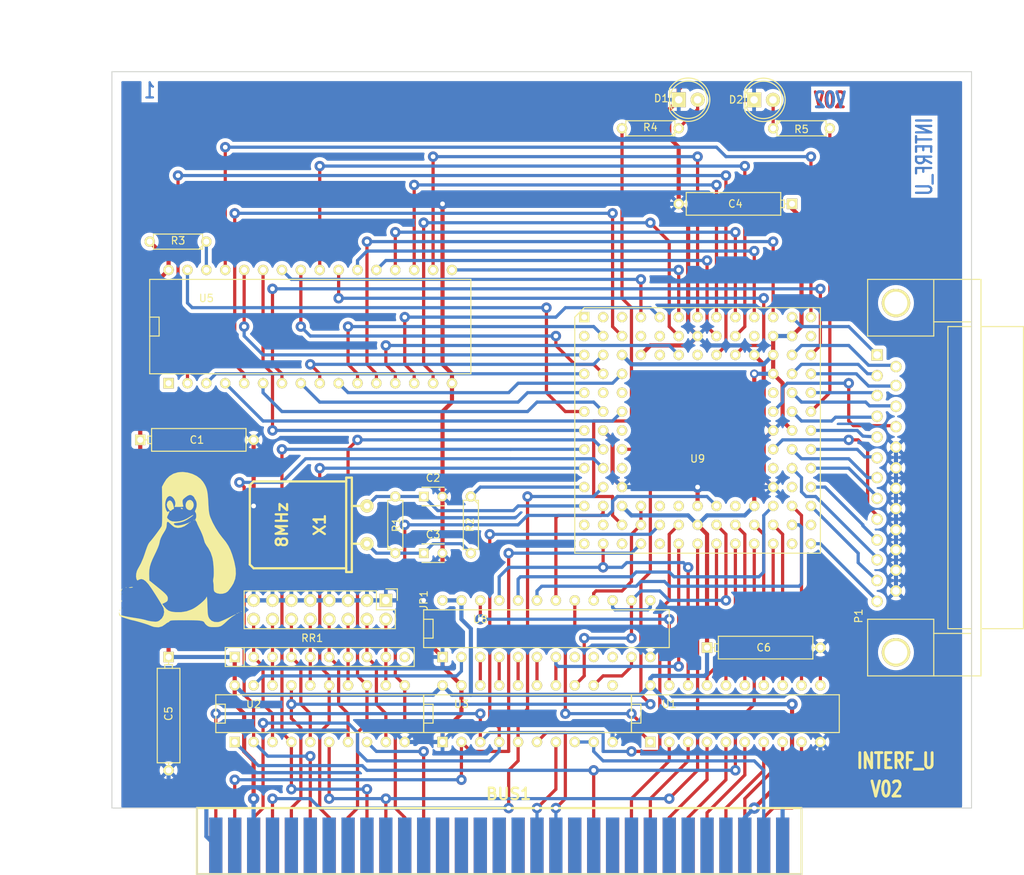
<source format=kicad_pcb>
(kicad_pcb (version 20221018) (generator pcbnew)
  (title_block (title "Demo") (rev "2.C") (company "Kicad"))
  (layers (0 "F.Cu" signal "Composant") (31 "B.Cu" signal "Cuivre") (34 "B.Paste" user) (35 "F.Paste" user) (36 "B.SilkS" user "B.Silkscreen") (37 "F.SilkS" user "F.Silkscreen") (38 "B.Mask" user) (39 "F.Mask" user) (44 "Edge.Cuts" user))
  (net 0 "")
  (net 1 "/8MH-OUT")
  (net 2 "/ACK")
  (net 3 "/AUTOFD-")
  (net 4 "/BIT0")
  (net 5 "/BIT1")
  (net 6 "/BIT2")
  (net 7 "/BIT3")
  (net 8 "/BIT4")
  (net 9 "/BIT5")
  (net 10 "/BIT6")
  (net 11 "/BIT7")
  (net 12 "/BUST+")
  (net 13 "/CLKLCA")
  (net 14 "/CS1-")
  (net 15 "/D0")
  (net 16 "/D1")
  (net 17 "/D2")
  (net 18 "/D3")
  (net 19 "/D4")
  (net 20 "/D5")
  (net 21 "/D6")
  (net 22 "/D7")
  (net 23 "/DIR")
  (net 24 "/DONE")
  (net 25 "/ENBBUF")
  (net 26 "/ERROR-")
  (net 27 "/INIT-")
  (net 28 "/LED1")
  (net 29 "/LED2")
  (net 30 "/MA0")
  (net 31 "/MA1")
  (net 32 "/MA10")
  (net 33 "/MA11")
  (net 34 "/MA12")
  (net 35 "/MA13")
  (net 36 "/MA14")
  (net 37 "/MA15")
  (net 38 "/MA16")
  (net 39 "/MA2")
  (net 40 "/MA3")
  (net 41 "/MA4")
  (net 42 "/MA5")
  (net 43 "/MA6")
  (net 44 "/MA7")
  (net 45 "/MA8")
  (net 46 "/MA9")
  (net 47 "/MATCHL")
  (net 48 "/MD0")
  (net 49 "/MD1")
  (net 50 "/MD2")
  (net 51 "/MD3")
  (net 52 "/MD4")
  (net 53 "/MD5")
  (net 54 "/MD6")
  (net 55 "/MD7")
  (net 56 "/OE-")
  (net 57 "/PC-A0")
  (net 58 "/PC-A1")
  (net 59 "/PC-A10")
  (net 60 "/PC-A11")
  (net 61 "/PC-A2")
  (net 62 "/PC-A3")
  (net 63 "/PC-A4")
  (net 64 "/PC-A5")
  (net 65 "/PC-A6")
  (net 66 "/PC-A7")
  (net 67 "/PC-A8")
  (net 68 "/PC-A9")
  (net 69 "/PC-AEN")
  (net 70 "/PC-DB0")
  (net 71 "/PC-DB1")
  (net 72 "/PC-DB2")
  (net 73 "/PC-DB3")
  (net 74 "/PC-DB4")
  (net 75 "/PC-DB5")
  (net 76 "/PC-DB6")
  (net 77 "/PC-DB7")
  (net 78 "/PC-IOR")
  (net 79 "/PC-IOW")
  (net 80 "/PC-RD")
  (net 81 "/PC-RST")
  (net 82 "/PC-WR")
  (net 83 "/PE+")
  (net 84 "/PROG-")
  (net 85 "/REF10")
  (net 86 "/REF11")
  (net 87 "/REF4")
  (net 88 "/REF5")
  (net 89 "/REF6")
  (net 90 "/REF7")
  (net 91 "/REF8")
  (net 92 "/REF9")
  (net 93 "/RSTL")
  (net 94 "/SEL_LPT")
  (net 95 "/SLCT+")
  (net 96 "/SLCTIN-")
  (net 97 "/STROBE")
  (net 98 "/WR-")
  (net 99 "/WR_REG")
  (net 100 "GND")
  (net 101 "VCC")
  (net 102 "Net-(C2-Pad1)")
  (net 103 "Net-(C3-Pad1)")
  (net 104 "Net-(R3-Pad1)")
  (net 105 "Net-(U3-Pad15)")
  (net 106 "Net-(U3-Pad16)")
  (net 107 "Net-(U3-Pad17)")
  (net 108 "Net-(U3-Pad18)")
  (net 109 "Net-(BUS1-Pad4)")
  (net 110 "Net-(BUS1-Pad5)")
  (net 111 "Net-(BUS1-Pad6)")
  (net 112 "Net-(BUS1-Pad7)")
  (net 113 "Net-(BUS1-Pad8)")
  (net 114 "Net-(BUS1-Pad9)")
  (net 115 "Net-(BUS1-Pad10)")
  (net 116 "Net-(BUS1-Pad11)")
  (net 117 "Net-(BUS1-Pad12)")
  (net 118 "Net-(BUS1-Pad15)")
  (net 119 "Net-(BUS1-Pad16)")
  (net 120 "Net-(BUS1-Pad17)")
  (net 121 "Net-(BUS1-Pad18)")
  (net 122 "Net-(BUS1-Pad19)")
  (net 123 "Net-(BUS1-Pad20)")
  (net 124 "Net-(BUS1-Pad21)")
  (net 125 "Net-(BUS1-Pad22)")
  (net 126 "Net-(BUS1-Pad23)")
  (net 127 "Net-(BUS1-Pad24)")
  (net 128 "Net-(BUS1-Pad25)")
  (net 129 "Net-(BUS1-Pad26)")
  (net 130 "Net-(BUS1-Pad27)")
  (net 131 "Net-(BUS1-Pad28)")
  (net 132 "Net-(BUS1-Pad30)")
  (net 133 "Net-(BUS1-Pad32)")
  (net 134 "Net-(BUS1-Pad41)")
  (net 135 "Net-(BUS1-Pad43)")
  (net 136 "Net-(BUS1-Pad44)")
  (net 137 "Net-(BUS1-Pad45)")
  (net 138 "Net-(BUS1-Pad46)")
  (net 139 "Net-(BUS1-Pad47)")
  (net 140 "Net-(BUS1-Pad48)")
  (net 141 "Net-(BUS1-Pad49)")
  (net 142 "Net-(BUS1-Pad50)")
  (net 143 "Net-(D1-Pad2)")
  (net 144 "Net-(D2-Pad2)")
  (net 145 "Net-(RR1-Pad10)")
  (net 146 "Net-(U3-Pad11)")
  (net 147 "Net-(U8-Pad8)")
  (net 148 "Net-(U8-Pad9)")
  (net 149 "Net-(U8-Pad10)")
  (net 150 "Net-(U9-PadN1)")
  (net 151 "Net-(U9-PadN3)")
  (net 152 "Net-(U9-PadM1)")
  (net 153 "Net-(U9-PadM2)")
  (net 154 "Net-(U9-PadJ3)")
  (net 155 "Net-(U9-PadE2)")
  (net 156 "Net-(U9-PadE3)")
  (net 157 "Net-(U9-PadC5)")
  (net 158 "Net-(U9-PadB1)")
  (net 159 "Net-(U9-PadB4)")
  (net 160 "Net-(U9-PadB5)")
  (net 161 "Net-(U9-PadB10)")
  (net 162 "Net-(U9-PadB13)")
  (net 163 "Net-(U9-PadA1)")
  (net 164 "Net-(U9-PadA2)")
  (net 165 "Net-(U9-PadA3)")
  (net 166 "Net-(U9-PadN5)")
  (net 167 "Net-(U9-PadN12)")
  (net 168 "Net-(U9-PadL5)")
  (net 169 "Net-(U9-PadL6)")
  (net 170 "Net-(U9-PadL9)")
  (net 171 "Net-(U9-PadK12)")
  (net 172 "Net-(U9-PadJ11)")
  (net 173 "Net-(U9-PadE11)")
  (footprint "BUS_PC" (layer "F.Cu") (at 131.445 138.43)
    (fp_text reference "BUS1")
    (fp_text value "BUSPC" hide)
  )
  (footprint "Discret:R3" (layer "F.Cu") (at 151.765 41.91 180)
    (fp_text reference "R4")
    (fp_text value "330" hide)
  )
  (footprint "Discret:R3" (layer "F.Cu") (at 172.085 41.91)
    (fp_text reference "R5")
    (fp_text value "330" hide)
  )
  (footprint "LEDs:LED-5MM" (layer "F.Cu") (at 155.58 38.06)
    (fp_text reference "D1")
    (fp_text value "LED" hide)
  )
  (footprint "LEDs:LED-5MM" (layer "F.Cu") (at 165.71 38.08)
    (fp_text reference "D2")
    (fp_text value "LED" hide)
  )
  (footprint "Sockets:PGA120" (layer "F.Cu") (at 158.115 82.55 180)
    (fp_text reference "U9")
    (fp_text value "4003APG120" hide)
  )
  (footprint "Discret:CP6" (layer "F.Cu") (at 167.005 111.76)
    (fp_text reference "C6")
    (fp_text value "47uF" hide)
  )
  (footprint "Discret:CP6" (layer "F.Cu") (at 86.995 120.65 -90)
    (fp_text reference "C5")
    (fp_text value "47uF" hide)
  )
  (footprint "Discret:CP6" (layer "F.Cu") (at 163.195 52.07 180)
    (fp_text reference "C4")
    (fp_text value "47uF" hide)
  )
  (footprint "Discret:CP6" (layer "F.Cu") (at 90.805 83.82)
    (fp_text reference "C1")
    (fp_text value "47uF" hide)
  )
  (footprint "Discret:R3" (layer "F.Cu") (at 117.475 95.25 90)
    (fp_text reference "R1")
    (fp_text value "100K" hide)
  )
  (footprint "Discret:R3" (layer "F.Cu") (at 127.635 95.25 -90)
    (fp_text reference "R2")
    (fp_text value "1K" hide)
  )
  (footprint "HC-18UH" (layer "F.Cu") (at 113.665 95.25 -90)
    (fp_text reference "X1")
    (fp_text value "8MHz")
  )
  (footprint "Capacitors_ThroughHole:C_Disc_D3_P2.5" (layer "F.Cu") (at 121.305 91.44)
    (fp_text reference "C2")
    (fp_text value "47pF" hide)
  )
  (footprint "Capacitors_ThroughHole:C_Disc_D3_P2.5" (layer "F.Cu") (at 121.305 99.06)
    (fp_text reference "C3")
    (fp_text value "47pF" hide)
  )
  (footprint "Sockets_DIP:DIP-32__600" (layer "F.Cu") (at 106.045 68.58)
    (fp_text reference "U5")
    (fp_text value "628128" hide)
  )
  (footprint "Discret:R3" (layer "F.Cu") (at 88.265 57.15 180)
    (fp_text reference "R3")
    (fp_text value "10K")
  )
  (footprint "Connect:DB25FC" (layer "F.Cu") (at 183.515 88.9 -90)
    (fp_text reference "P1")
    (fp_text value "DB25FEMELLE" hide)
  )
  (footprint "Discret:r_pack9" (layer "F.Cu") (at 107.315 113.03)
    (fp_text reference "RR1")
    (fp_text value "9x1K" hide)
  )
  (footprint "Pin_Headers:Pin_Header_Straight_2x08" (layer "F.Cu") (at 116.205 105.41 -90)
    (fp_text reference "JP1")
    (fp_text value "CONN_8X2" hide)
  )
  (footprint "Sockets_DIP:DIP-20__300" (layer "F.Cu") (at 163.195 120.65)
    (fp_text reference "U1")
    (fp_text value "74LS245" hide)
  )
  (footprint "Sockets_DIP:DIP-20__300" (layer "F.Cu") (at 107.315 120.65)
    (fp_text reference "U2")
    (fp_text value "74LS688" hide)
  )
  (footprint "Sockets_DIP:DIP-20__300" (layer "F.Cu") (at 135.255 120.65)
    (fp_text reference "U3")
    (fp_text value "74LS541" hide)
  )
  (footprint "Sockets_DIP:DIP-24__300" (layer "F.Cu") (at 137.795 109.22)
    (fp_text reference "U8")
    (fp_text value "EP600" hide)
  )
  (footprint "LOGO" (layer "F.Cu") (at 89.027 98.552)
    (fp_text reference "G***" hide)
    (fp_text value "LOGO" hide)
  )
  (gr_line (start 79.375 34.29) (end 194.945 34.29) (stroke (width 0.127)) (layer "Edge.Cuts"))
  (gr_line (start 90.805 140.97) (end 90.805 142.24) (stroke (width 0.127)) (layer "Edge.Cuts"))
  (gr_line (start 90.805 133.35) (end 79.375 133.35) (stroke (width 0.127)) (layer "Edge.Cuts"))
  (gr_line (start 79.375 133.35) (end 79.375 34.29) (stroke (width 0.127)) (layer "Edge.Cuts"))
  (gr_line (start 90.805 133.35) (end 90.805 140.97) (stroke (width 0.127)) (layer "Edge.Cuts"))
  (gr_line (start 194.945 133.35) (end 194.945 34.29) (stroke (width 0.127)) (layer "Edge.Cuts"))
  (gr_line (start 172.085 142.24) (end 172.085 133.35) (stroke (width 0.127)) (layer "Edge.Cuts"))
  (gr_line (start 90.805 142.24) (end 172.085 142.24) (stroke (width 0.127)) (layer "Edge.Cuts"))
  (gr_line (start 172.085 133.35) (end 194.945 133.35) (stroke (width 0.127)) (layer "Edge.Cuts"))
  (gr_text "V02" (at 175.895 38.1) (layer "F.Cu") (effects (font (size 2.032 1.524) (thickness 0.381))))
  (gr_text "2" (at 81.915 39.37) (layer "F.Cu") (effects (font (size 2.032 1.524) (thickness 0.3048))))
  (gr_text "INTERF_U" (at 183.515 45.72 90) (layer "F.Cu") (effects (font (size 2.032 1.524) (thickness 0.3048))))
  (gr_text "INTERF_U" (at 188.595 45.72 90) (layer "B.Cu") (effects (font (size 2.032 1.524) (thickness 0.3048)) (justify mirror)))
  (gr_text "1" (at 84.455 36.83) (layer "B.Cu") (effects (font (size 2.032 1.524) (thickness 0.3048)) (justify mirror)))
  (gr_text "V02" (at 175.895 38.1) (layer "B.Cu") (effects (font (size 2.032 1.524) (thickness 0.381)) (justify mirror)))
  (gr_text "INTERF_U" (at 184.785 127) (layer "F.SilkS") (effects (font (size 2.032 1.524) (thickness 0.381))))
  (gr_text "V02" (at 183.515 130.81) (layer "F.SilkS") (effects (font (size 2.032 1.524) (thickness 0.381))))
  (segment (start 127.635 91.44) (end 128.905 90.17) (width 0.4318) (layer "B.Cu") (net 1))
  (segment (start 128.905 90.17) (end 142.875 90.17) (width 0.4318) (layer "B.Cu") (net 1))
  (segment (start 180.34 95.25) (end 175.26 90.17) (width 0.4318) (layer "B.Cu") (net 2))
  (segment (start 173.355 90.17) (end 175.26 90.17) (width 0.4318) (layer "B.Cu") (net 2))
  (segment (start 180.34 95.25) (end 180.34 95.377) (width 0.4318) (layer "B.Cu") (net 2))
  (segment (start 182.245 97.282) (end 180.34 95.377) (width 0.4318) (layer "B.Cu") (net 2))
  (segment (start 178.435 71.12) (end 181.102 73.787) (width 0.4318) (layer "B.Cu") (net 3))
  (segment (start 184.785 73.787) (end 184.785 73.9648) (width 0.4318) (layer "B.Cu") (net 3))
  (segment (start 170.815 72.39) (end 172.085 71.12) (width 0.4318) (layer "B.Cu") (net 3))
  (segment (start 181.102 73.787) (end 184.785 73.787) (width 0.4318) (layer "B.Cu") (net 3))
  (segment (start 172.085 71.12) (end 178.435 71.12) (width 0.4318) (layer "B.Cu") (net 3))
  (segment (start 170.815 74.93) (end 172.085 73.66) (width 0.4318) (layer "B.Cu") (net 4))
  (segment (start 179.705 73.66) (end 180.975 74.93) (width 0.4318) (layer "B.Cu") (net 4))
  (segment (start 172.085 73.66) (end 179.705 73.66) (width 0.4318) (layer "B.Cu") (net 4))
  (segment (start 182.245 74.93) (end 182.245 75.184) (width 0.4318) (layer "B.Cu") (net 4))
  (segment (start 180.975 74.93) (end 182.245 74.93) (width 0.4318) (layer "B.Cu") (net 4))
  (segment (start 182.245 77.47) (end 182.245 77.851) (width 0.4318) (layer "B.Cu") (net 5))
  (segment (start 173.355 77.47) (end 182.245 77.47) (width 0.4318) (layer "B.Cu") (net 5))
  (segment (start 182.245 80.772) (end 182.245 80.645) (width 0.4318) (layer "B.Cu") (net 6))
  (segment (start 176.657 80.772) (end 182.245 80.772) (width 0.4318) (layer "B.Cu") (net 6))
  (segment (start 172.085 81.28) (end 176.149 81.28) (width 0.4318) (layer "B.Cu") (net 6))
  (segment (start 176.149 81.28) (end 176.657 80.772) (width 0.4318) (layer "B.Cu") (net 6))
  (segment (start 170.815 80.01) (end 172.085 81.28) (width 0.4318) (layer "B.Cu") (net 6))
  (segment (start 180.34 83.312) (end 182.245 83.439) (width 0.4318) (layer "B.Cu") (net 7))
  (segment (start 173.355 82.55) (end 179.578 82.55) (width 0.4318) (layer "B.Cu") (net 7))
  (segment (start 179.578 82.55) (end 180.34 83.312) (width 0.4318) (layer "B.Cu") (net 7))
  (segment (start 179.578 85.09) (end 180.594 86.106) (width 0.4318) (layer "B.Cu") (net 8))
  (segment (start 180.594 86.106) (end 182.245 86.106) (width 0.4318) (layer "B.Cu") (net 8))
  (segment (start 182.245 86.106) (end 182.245 86.233) (width 0.4318) (layer "B.Cu") (net 8))
  (segment (start 173.355 85.09) (end 179.578 85.09) (width 0.4318) (layer "B.Cu") (net 8))
  (segment (start 180.975 88.9) (end 182.245 88.9) (width 0.4318) (layer "B.Cu") (net 9))
  (segment (start 172.085 86.36) (end 178.435 86.36) (width 0.4318) (layer "B.Cu") (net 9))
  (segment (start 170.815 85.09) (end 172.085 86.36) (width 0.4318) (layer "B.Cu") (net 9))
  (segment (start 178.435 86.36) (end 180.975 88.9) (width 0.4318) (layer "B.Cu") (net 9))
  (segment (start 178.435 87.63) (end 182.245 91.44) (width 0.4318) (layer "B.Cu") (net 10))
  (segment (start 173.355 87.63) (end 178.435 87.63) (width 0.4318) (layer "B.Cu") (net 10))
  (segment (start 182.245 91.44) (end 182.245 91.694) (width 0.4318) (layer "B.Cu") (net 10))
  (segment (start 178.435 83.82) (end 179.705 83.82) (width 0.4318) (layer "F.Cu") (net 11))
  (segment (start 182.245 93.98) (end 182.245 94.488) (width 0.4318) (layer "F.Cu") (net 11))
  (segment (start 180.975 85.09) (end 180.975 92.71) (width 0.4318) (layer "F.Cu") (net 11))
  (segment (start 180.975 92.71) (end 182.245 93.98) (width 0.4318) (layer "F.Cu") (net 11))
  (segment (start 179.705 83.82) (end 180.975 85.09) (width 0.4318) (layer "F.Cu") (net 11))
  (via (at 178.435 83.82) (size 1.397) (drill 0.635) (layers "F.Cu" "B.Cu") (net 11))
  (segment (start 168.275 85.09) (end 169.545 83.82) (width 0.4318) (layer "B.Cu") (net 11))
  (segment (start 169.545 83.82) (end 178.435 83.82) (width 0.4318) (layer "B.Cu") (net 11))
  (segment (start 172.085 90.805) (end 172.72 91.44) (width 0.4318) (layer "B.Cu") (net 12))
  (segment (start 173.99 91.44) (end 182.245 99.695) (width 0.4318) (layer "B.Cu") (net 12))
  (segment (start 172.085 88.9) (end 172.085 90.805) (width 0.4318) (layer "B.Cu") (net 12))
  (segment (start 170.815 87.63) (end 172.085 88.9) (width 0.4318) (layer "B.Cu") (net 12))
  (segment (start 172.72 91.44) (end 173.99 91.44) (width 0.4318) (layer "B.Cu") (net 12))
  (segment (start 182.245 99.695) (end 182.245 99.949) (width 0.4318) (layer "B.Cu") (net 12))
  (segment (start 149.225 96.52) (end 149.225 102.87) (width 0.4318) (layer "F.Cu") (net 13))
  (segment (start 144.145 104.4575) (end 144.145 105.41) (width 0.4318) (layer "F.Cu") (net 13))
  (segment (start 150.495 95.25) (end 149.225 96.52) (width 0.4318) (layer "F.Cu") (net 13))
  (segment (start 147.955 104.14) (end 144.4625 104.14) (width 0.4318) (layer "F.Cu") (net 13))
  (segment (start 144.4625 104.14) (end 144.145 104.4575) (width 0.4318) (layer "F.Cu") (net 13))
  (segment (start 149.225 102.87) (end 147.955 104.14) (width 0.4318) (layer "F.Cu") (net 13))
  (segment (start 150.495 92.71) (end 150.495 95.25) (width 0.4318) (layer "F.Cu") (net 13))
  (segment (start 165.735 67.31) (end 165.735 58.42) (width 0.4318) (layer "F.Cu") (net 14))
  (via (at 165.735 58.42) (size 1.397) (drill 0.635) (layers "F.Cu" "B.Cu") (net 14))
  (segment (start 165.735 58.42) (end 113.665 58.42) (width 0.4318) (layer "B.Cu") (net 14))
  (segment (start 113.665 58.42) (end 112.395 59.69) (width 0.4318) (layer "B.Cu") (net 14))
  (segment (start 112.395 59.69) (end 112.395 60.96) (width 0.4318) (layer "B.Cu") (net 14))
  (segment (start 145.415 100.965) (end 145.415 97.79) (width 0.4318) (layer "F.Cu") (net 15))
  (segment (start 156.845 100.965) (end 156.845 116.84) (width 0.4318) (layer "F.Cu") (net 15))
  (via (at 156.845 100.965) (size 1.397) (drill 0.635) (layers "F.Cu" "B.Cu") (net 15))
  (via (at 145.415 100.965) (size 1.397) (drill 0.635) (layers "F.Cu" "B.Cu") (net 15))
  (segment (start 132.715 100.965) (end 145.415 100.965) (width 0.4318) (layer "B.Cu") (net 15))
  (segment (start 145.415 100.965) (end 147.955 100.965) (width 0.4318) (layer "B.Cu") (net 15))
  (segment (start 131.445 105.41) (end 131.445 102.235) (width 0.4318) (layer "B.Cu") (net 15))
  (segment (start 148.59 100.33) (end 156.21 100.33) (width 0.4318) (layer "B.Cu") (net 15))
  (segment (start 131.445 102.235) (end 132.715 100.965) (width 0.4318) (layer "B.Cu") (net 15))
  (segment (start 156.21 100.33) (end 156.845 100.965) (width 0.4318) (layer "B.Cu") (net 15))
  (segment (start 147.955 100.965) (end 148.59 100.33) (width 0.4318) (layer "B.Cu") (net 15))
  (segment (start 159.385 116.84) (end 159.385 115.57) (width 0.4318) (layer "F.Cu") (net 16))
  (segment (start 160.655 106.68) (end 160.655 97.79) (width 0.4318) (layer "F.Cu") (net 16))
  (segment (start 159.385 115.57) (end 161.29 113.665) (width 0.4318) (layer "F.Cu") (net 16))
  (segment (start 161.29 107.315) (end 160.655 106.68) (width 0.4318) (layer "F.Cu") (net 16))
  (segment (start 161.29 113.665) (end 161.29 107.315) (width 0.4318) (layer "F.Cu") (net 16))
  (segment (start 163.195 114.3) (end 161.925 115.57) (width 0.4318) (layer "F.Cu") (net 17))
  (segment (start 161.925 115.57) (end 161.925 116.84) (width 0.4318) (layer "F.Cu") (net 17))
  (segment (start 163.195 97.79) (end 163.195 114.3) (width 0.4318) (layer "F.Cu") (net 17))
  (segment (start 163.195 95.25) (end 164.465 96.52) (width 0.4318) (layer "F.Cu") (net 18))
  (segment (start 164.465 96.52) (end 164.465 116.84) (width 0.4318) (layer "F.Cu") (net 18))
  (segment (start 167.005 96.52) (end 167.005 116.84) (width 0.4318) (layer "F.Cu") (net 19))
  (segment (start 165.735 95.25) (end 167.005 96.52) (width 0.4318) (layer "F.Cu") (net 19))
  (segment (start 169.545 113.665) (end 169.545 116.84) (width 0.4318) (layer "F.Cu") (net 20))
  (segment (start 168.275 97.79) (end 168.275 112.395) (width 0.4318) (layer "F.Cu") (net 20))
  (segment (start 168.275 112.395) (end 169.545 113.665) (width 0.4318) (layer "F.Cu") (net 20))
  (segment (start 169.545 111.76) (end 172.085 114.3) (width 0.4318) (layer "F.Cu") (net 21))
  (segment (start 172.085 114.3) (end 172.085 116.84) (width 0.4318) (layer "F.Cu") (net 21))
  (segment (start 168.275 95.25) (end 169.545 96.52) (width 0.4318) (layer "F.Cu") (net 21))
  (segment (start 169.545 96.52) (end 169.545 111.76) (width 0.4318) (layer "F.Cu") (net 21))
  (segment (start 174.625 114.935) (end 174.625 116.84) (width 0.4318) (layer "F.Cu") (net 22))
  (segment (start 172.085 93.98) (end 172.085 112.395) (width 0.4318) (layer "F.Cu") (net 22))
  (segment (start 172.085 112.395) (end 174.625 114.935) (width 0.4318) (layer "F.Cu") (net 22))
  (segment (start 170.815 92.71) (end 172.085 93.98) (width 0.4318) (layer "F.Cu") (net 22))
  (segment (start 150.495 121.92) (end 150.495 123.19) (width 0.4318) (layer "F.Cu") (net 23))
  (segment (start 141.605 105.41) (end 141.605 109.22) (width 0.4318) (layer "F.Cu") (net 23))
  (segment (start 150.495 123.19) (end 151.765 124.46) (width 0.4318) (layer "F.Cu") (net 23))
  (segment (start 140.335 110.49) (end 140.335 120.65) (width 0.4318) (layer "F.Cu") (net 23))
  (segment (start 149.225 120.65) (end 150.495 121.92) (width 0.4318) (layer "F.Cu") (net 23))
  (segment (start 141.605 109.22) (end 140.335 110.49) (width 0.4318) (layer "F.Cu") (net 23))
  (via (at 149.225 120.65) (size 1.397) (drill 0.635) (layers "F.Cu" "B.Cu") (net 23))
  (via (at 140.335 120.65) (size 1.397) (drill 0.635) (layers "F.Cu" "B.Cu") (net 23))
  (segment (start 140.335 120.65) (end 149.225 120.65) (width 0.4318) (layer "B.Cu") (net 23))
  (segment (start 154.305 101.6) (end 154.94 102.235) (width 0.4318) (layer "B.Cu") (net 24))
  (segment (start 167.005 93.98) (end 168.275 92.71) (width 0.4318) (layer "B.Cu") (net 24))
  (segment (start 166.37 102.235) (end 167.005 101.6) (width 0.4318) (layer "B.Cu") (net 24))
  (segment (start 154.94 102.235) (end 166.37 102.235) (width 0.4318) (layer "B.Cu") (net 24))
  (segment (start 167.005 101.6) (end 167.005 93.98) (width 0.4318) (layer "B.Cu") (net 24))
  (segment (start 149.86 101.6) (end 154.305 101.6) (width 0.4318) (layer "B.Cu") (net 24))
  (segment (start 133.985 105.41) (end 133.985 102.5525) (width 0.4318) (layer "B.Cu") (net 24))
  (segment (start 149.225 102.235) (end 149.86 101.6) (width 0.4318) (layer "B.Cu") (net 24))
  (segment (start 134.3025 102.235) (end 149.225 102.235) (width 0.4318) (layer "B.Cu") (net 24))
  (segment (start 133.985 102.5525) (end 134.3025 102.235) (width 0.4318) (layer "B.Cu") (net 24))
  (segment (start 128.905 105.41) (end 128.905 107.95) (width 0.4318) (layer "F.Cu") (net 25))
  (segment (start 154.305 107.95) (end 154.305 116.84) (width 0.4318) (layer "F.Cu") (net 25))
  (via (at 128.905 107.95) (size 1.397) (drill 0.635) (layers "F.Cu" "B.Cu") (net 25))
  (via (at 154.305 107.95) (size 1.397) (drill 0.635) (layers "F.Cu" "B.Cu") (net 25))
  (segment (start 128.905 107.95) (end 154.305 107.95) (width 0.4318) (layer "B.Cu") (net 25))
  (segment (start 173.355 74.93) (end 179.451 74.93) (width 0.4318) (layer "B.Cu") (net 26))
  (segment (start 179.451 74.93) (end 181.102 76.581) (width 0.4318) (layer "B.Cu") (net 26))
  (segment (start 184.785 76.5048) (end 184.785 76.581) (width 0.4318) (layer "B.Cu") (net 26))
  (segment (start 181.102 76.581) (end 184.785 76.581) (width 0.4318) (layer "B.Cu") (net 26))
  (segment (start 180.721 78.74) (end 181.229 79.248) (width 0.4318) (layer "B.Cu") (net 27))
  (segment (start 184.785 79.248) (end 184.785 79.2988) (width 0.4318) (layer "B.Cu") (net 27))
  (segment (start 181.229 79.248) (end 184.785 79.248) (width 0.4318) (layer "B.Cu") (net 27))
  (segment (start 172.085 78.74) (end 180.721 78.74) (width 0.4318) (layer "B.Cu") (net 27))
  (segment (start 170.815 77.47) (end 172.085 78.74) (width 0.4318) (layer "B.Cu") (net 27))
  (segment (start 146.685 93.98) (end 146.685 91.44) (width 0.4318) (layer "F.Cu") (net 28))
  (segment (start 144.145 91.44) (end 144.145 81.28) (width 0.4318) (layer "F.Cu") (net 28))
  (segment (start 149.225 66.04) (end 147.955 64.77) (width 0.4318) (layer "F.Cu") (net 28))
  (segment (start 149.225 81.28) (end 149.225 66.04) (width 0.4318) (layer "F.Cu") (net 28))
  (segment (start 147.955 64.77) (end 147.955 41.91) (width 0.4318) (layer "F.Cu") (net 28))
  (segment (start 147.955 95.25) (end 146.685 93.98) (width 0.4318) (layer "F.Cu") (net 28))
  (segment (start 144.145 81.28) (end 149.225 81.28) (width 0.4318) (layer "F.Cu") (net 28))
  (segment (start 146.685 91.44) (end 144.145 91.44) (width 0.4318) (layer "F.Cu") (net 28))
  (segment (start 173.355 80.01) (end 175.895 77.47) (width 0.4318) (layer "F.Cu") (net 29))
  (segment (start 175.895 77.47) (end 175.895 41.91) (width 0.4318) (layer "F.Cu") (net 29))
  (segment (start 113.665 57.15) (end 113.665 73.66) (width 0.4318) (layer "F.Cu") (net 30))
  (segment (start 114.935 74.93) (end 113.665 73.66) (width 0.4318) (layer "F.Cu") (net 30))
  (segment (start 168.275 67.31) (end 168.275 57.15) (width 0.4318) (layer "F.Cu") (net 30))
  (segment (start 114.935 76.2) (end 114.935 74.93) (width 0.4318) (layer "F.Cu") (net 30))
  (via (at 168.275 57.15) (size 1.397) (drill 0.635) (layers "F.Cu" "B.Cu") (net 30))
  (via (at 113.665 57.15) (size 1.397) (drill 0.635) (layers "F.Cu" "B.Cu") (net 30))
  (segment (start 168.275 57.15) (end 113.665 57.15) (width 0.4318) (layer "B.Cu") (net 30))
  (segment (start 111.125 73.66) (end 111.125 68.58) (width 0.4318) (layer "F.Cu") (net 31))
  (segment (start 112.395 74.93) (end 111.125 73.66) (width 0.4318) (layer "F.Cu") (net 31))
  (segment (start 112.395 76.2) (end 112.395 74.93) (width 0.4318) (layer "F.Cu") (net 31))
  (via (at 111.125 68.58) (size 1.397) (drill 0.635) (layers "F.Cu" "B.Cu") (net 31))
  (segment (start 145.415 69.85) (end 144.145 68.58) (width 0.4318) (layer "B.Cu") (net 31))
  (segment (start 144.145 68.58) (end 111.125 68.58) (width 0.4318) (layer "B.Cu") (net 31))
  (segment (start 164.465 71.12) (end 167.005 71.12) (width 0.4318) (layer "F.Cu") (net 32))
  (segment (start 109.855 64.77) (end 109.855 60.96) (width 0.4318) (layer "F.Cu") (net 32))
  (segment (start 167.005 71.12) (end 167.005 64.77) (width 0.4318) (layer "F.Cu") (net 32))
  (segment (start 163.195 72.39) (end 164.465 71.12) (width 0.4318) (layer "F.Cu") (net 32))
  (via (at 109.855 64.77) (size 1.397) (drill 0.635) (layers "F.Cu" "B.Cu") (net 32))
  (via (at 167.005 64.77) (size 1.397) (drill 0.635) (layers "F.Cu" "B.Cu") (net 32))
  (segment (start 167.005 64.77) (end 109.855 64.77) (width 0.4318) (layer "B.Cu") (net 32))
  (segment (start 141.605 73.66) (end 139.065 71.12) (width 0.4318) (layer "F.Cu") (net 33))
  (segment (start 104.775 68.58) (end 104.775 60.96) (width 0.4318) (layer "F.Cu") (net 33))
  (segment (start 139.065 71.12) (end 139.065 69.85) (width 0.4318) (layer "F.Cu") (net 33))
  (segment (start 145.415 74.93) (end 144.145 73.66) (width 0.4318) (layer "F.Cu") (net 33))
  (segment (start 144.145 73.66) (end 141.605 73.66) (width 0.4318) (layer "F.Cu") (net 33))
  (via (at 104.775 68.58) (size 1.397) (drill 0.635) (layers "F.Cu" "B.Cu") (net 33))
  (via (at 139.065 69.85) (size 1.397) (drill 0.635) (layers "F.Cu" "B.Cu") (net 33))
  (segment (start 106.045 69.85) (end 104.775 68.58) (width 0.4318) (layer "B.Cu") (net 33))
  (segment (start 139.065 69.85) (end 106.045 69.85) (width 0.4318) (layer "B.Cu") (net 33))
  (segment (start 147.955 80.01) (end 146.685 81.28) (width 0.4318) (layer "B.Cu") (net 34))
  (segment (start 94.615 76.2) (end 94.615 76.2) (width 0.4318) (layer "B.Cu") (net 34))
  (segment (start 99.695 81.28) (end 94.615 76.2) (width 0.4318) (layer "B.Cu") (net 34))
  (segment (start 146.685 81.28) (end 99.695 81.28) (width 0.4318) (layer "B.Cu") (net 34))
  (segment (start 97.155 68.58) (end 97.155 60.96) (width 0.4318) (layer "F.Cu") (net 35))
  (via (at 97.155 68.58) (size 1.397) (drill 0.635) (layers "F.Cu" "B.Cu") (net 35))
  (segment (start 99.695 72.39) (end 97.155 69.85) (width 0.4318) (layer "B.Cu") (net 35))
  (segment (start 142.875 72.39) (end 99.695 72.39) (width 0.4318) (layer "B.Cu") (net 35))
  (segment (start 97.155 69.85) (end 97.155 68.58) (width 0.4318) (layer "B.Cu") (net 35))
  (segment (start 142.875 74.93) (end 93.345 74.93) (width 0.4318) (layer "B.Cu") (net 36))
  (segment (start 93.345 74.93) (end 92.075 76.2) (width 0.4318) (layer "B.Cu") (net 36))
  (segment (start 140.335 80.01) (end 142.875 80.01) (width 0.4318) (layer "F.Cu") (net 37))
  (segment (start 137.795 66.04) (end 137.795 77.47) (width 0.4318) (layer "F.Cu") (net 37))
  (segment (start 137.795 77.47) (end 140.335 80.01) (width 0.4318) (layer "F.Cu") (net 37))
  (via (at 137.795 66.04) (size 1.397) (drill 0.635) (layers "F.Cu" "B.Cu") (net 37))
  (segment (start 137.795 66.04) (end 90.17 66.04) (width 0.4318) (layer "B.Cu") (net 37))
  (segment (start 90.17 66.04) (end 89.535 65.405) (width 0.4318) (layer "B.Cu") (net 37))
  (segment (start 89.535 60.96) (end 89.535 65.405) (width 0.4318) (layer "B.Cu") (net 37))
  (segment (start 89.535 74.93) (end 89.535 76.2) (width 0.4318) (layer "F.Cu") (net 38))
  (segment (start 88.265 48.26) (end 88.265 73.66) (width 0.4318) (layer "F.Cu") (net 38))
  (segment (start 88.265 73.66) (end 89.535 74.93) (width 0.4318) (layer "F.Cu") (net 38))
  (segment (start 161.925 48.26) (end 161.925 71.12) (width 0.4318) (layer "F.Cu") (net 38))
  (segment (start 161.925 71.12) (end 160.655 72.39) (width 0.4318) (layer "F.Cu") (net 38))
  (via (at 88.265 48.26) (size 1.397) (drill 0.635) (layers "F.Cu" "B.Cu") (net 38))
  (via (at 161.925 48.26) (size 1.397) (drill 0.635) (layers "F.Cu" "B.Cu") (net 38))
  (segment (start 161.925 48.26) (end 88.265 48.26) (width 0.4318) (layer "B.Cu") (net 38))
  (segment (start 132.715 77.47) (end 111.125 77.47) (width 0.4318) (layer "B.Cu") (net 39))
  (segment (start 146.685 76.2) (end 133.985 76.2) (width 0.4318) (layer "B.Cu") (net 39))
  (segment (start 147.955 74.93) (end 146.685 76.2) (width 0.4318) (layer "B.Cu") (net 39))
  (segment (start 111.125 77.47) (end 109.855 76.2) (width 0.4318) (layer "B.Cu") (net 39))
  (segment (start 133.985 76.2) (end 132.715 77.47) (width 0.4318) (layer "B.Cu") (net 39))
  (segment (start 107.315 74.93) (end 106.045 73.66) (width 0.4318) (layer "F.Cu") (net 40))
  (segment (start 107.315 76.2) (end 107.315 74.93) (width 0.4318) (layer "F.Cu") (net 40))
  (via (at 106.045 73.66) (size 1.397) (drill 0.635) (layers "F.Cu" "B.Cu") (net 40))
  (segment (start 145.415 72.39) (end 144.145 73.66) (width 0.4318) (layer "B.Cu") (net 40))
  (segment (start 144.145 73.66) (end 106.045 73.66) (width 0.4318) (layer "B.Cu") (net 40))
  (segment (start 133.985 78.74) (end 107.315 78.74) (width 0.4318) (layer "B.Cu") (net 41))
  (segment (start 135.255 77.47) (end 133.985 78.74) (width 0.4318) (layer "B.Cu") (net 41))
  (segment (start 107.315 78.74) (end 104.775 76.2) (width 0.4318) (layer "B.Cu") (net 41))
  (segment (start 142.875 77.47) (end 135.255 77.47) (width 0.4318) (layer "B.Cu") (net 41))
  (segment (start 102.235 74.93) (end 100.965 73.66) (width 0.4318) (layer "F.Cu") (net 42))
  (segment (start 174.625 71.12) (end 173.355 72.39) (width 0.4318) (layer "F.Cu") (net 42))
  (segment (start 100.965 73.66) (end 100.965 63.5) (width 0.4318) (layer "F.Cu") (net 42))
  (segment (start 102.235 76.2) (end 102.235 74.93) (width 0.4318) (layer "F.Cu") (net 42))
  (segment (start 174.625 63.5) (end 174.625 71.12) (width 0.4318) (layer "F.Cu") (net 42))
  (via (at 174.625 63.5) (size 1.397) (drill 0.635) (layers "F.Cu" "B.Cu") (net 42))
  (via (at 100.965 63.5) (size 1.397) (drill 0.635) (layers "F.Cu" "B.Cu") (net 42))
  (segment (start 100.965 63.5) (end 174.625 63.5) (width 0.4318) (layer "B.Cu") (net 42))
  (segment (start 99.695 77.47) (end 99.695 76.2) (width 0.4318) (layer "B.Cu") (net 43))
  (segment (start 102.235 80.01) (end 99.695 77.47) (width 0.4318) (layer "B.Cu") (net 43))
  (segment (start 136.525 78.74) (end 135.255 80.01) (width 0.4318) (layer "B.Cu") (net 43))
  (segment (start 145.415 80.01) (end 144.145 78.74) (width 0.4318) (layer "B.Cu") (net 43))
  (segment (start 144.145 78.74) (end 136.525 78.74) (width 0.4318) (layer "B.Cu") (net 43))
  (segment (start 135.255 80.01) (end 102.235 80.01) (width 0.4318) (layer "B.Cu") (net 43))
  (segment (start 146.685 68.58) (end 146.685 53.34) (width 0.4318) (layer "F.Cu") (net 44))
  (segment (start 95.885 53.34) (end 95.885 73.66) (width 0.4318) (layer "F.Cu") (net 44))
  (segment (start 97.155 74.93) (end 95.885 73.66) (width 0.4318) (layer "F.Cu") (net 44))
  (segment (start 147.955 69.85) (end 146.685 68.58) (width 0.4318) (layer "F.Cu") (net 44))
  (segment (start 97.155 76.2) (end 97.155 74.93) (width 0.4318) (layer "F.Cu") (net 44))
  (via (at 146.685 53.34) (size 1.397) (drill 0.635) (layers "F.Cu" "B.Cu") (net 44))
  (via (at 95.885 53.34) (size 1.397) (drill 0.635) (layers "F.Cu" "B.Cu") (net 44))
  (segment (start 146.685 53.34) (end 95.885 53.34) (width 0.4318) (layer "B.Cu") (net 44))
  (segment (start 100.965 74.93) (end 99.695 73.66) (width 0.4318) (layer "F.Cu") (net 45))
  (segment (start 99.695 73.66) (end 99.695 60.96) (width 0.4318) (layer "F.Cu") (net 45))
  (segment (start 100.965 82.55) (end 100.965 74.93) (width 0.4318) (layer "F.Cu") (net 45))
  (via (at 100.965 82.55) (size 1.397) (drill 0.635) (layers "F.Cu" "B.Cu") (net 45))
  (segment (start 142.875 82.55) (end 100.965 82.55) (width 0.4318) (layer "B.Cu") (net 45))
  (segment (start 150.495 67.31) (end 150.495 62.23) (width 0.4318) (layer "F.Cu") (net 46))
  (via (at 150.495 62.23) (size 1.397) (drill 0.635) (layers "F.Cu" "B.Cu") (net 46))
  (segment (start 150.495 62.23) (end 103.505 62.23) (width 0.4318) (layer "B.Cu") (net 46))
  (segment (start 103.505 62.23) (end 102.235 60.96) (width 0.4318) (layer "B.Cu") (net 46))
  (segment (start 126.365 114.935) (end 126.365 113.03) (width 0.4318) (layer "B.Cu") (net 47))
  (segment (start 99.695 115.57) (end 125.73 115.57) (width 0.4318) (layer "B.Cu") (net 47))
  (segment (start 98.425 116.84) (end 99.695 115.57) (width 0.4318) (layer "B.Cu") (net 47))
  (segment (start 125.73 115.57) (end 126.365 114.935) (width 0.4318) (layer "B.Cu") (net 47))
  (segment (start 117.475 74.93) (end 116.205 73.66) (width 0.4318) (layer "F.Cu") (net 48))
  (segment (start 116.205 73.66) (end 116.205 71.12) (width 0.4318) (layer "F.Cu") (net 48))
  (segment (start 117.475 76.2) (end 117.475 74.93) (width 0.4318) (layer "F.Cu") (net 48))
  (via (at 116.205 71.12) (size 1.397) (drill 0.635) (layers "F.Cu" "B.Cu") (net 48))
  (segment (start 154.305 71.12) (end 116.205 71.12) (width 0.4318) (layer "B.Cu") (net 48))
  (segment (start 155.575 72.39) (end 154.305 71.12) (width 0.4318) (layer "B.Cu") (net 48))
  (segment (start 120.015 74.93) (end 118.745 73.66) (width 0.4318) (layer "F.Cu") (net 49))
  (segment (start 118.745 67.31) (end 118.745 73.66) (width 0.4318) (layer "F.Cu") (net 49))
  (segment (start 120.015 76.2) (end 120.015 74.93) (width 0.4318) (layer "F.Cu") (net 49))
  (via (at 118.745 67.31) (size 1.397) (drill 0.635) (layers "F.Cu" "B.Cu") (net 49))
  (segment (start 139.065 67.31) (end 118.745 67.31) (width 0.4318) (layer "B.Cu") (net 49))
  (segment (start 153.035 67.31) (end 151.765 66.04) (width 0.4318) (layer "B.Cu") (net 49))
  (segment (start 140.335 66.04) (end 139.065 67.31) (width 0.4318) (layer "B.Cu") (net 49))
  (segment (start 151.765 66.04) (end 140.335 66.04) (width 0.4318) (layer "B.Cu") (net 49))
  (segment (start 154.305 57.15) (end 151.765 54.61) (width 0.4318) (layer "F.Cu") (net 50))
  (segment (start 154.305 68.58) (end 154.305 57.15) (width 0.4318) (layer "F.Cu") (net 50))
  (segment (start 122.555 76.2) (end 122.555 74.93) (width 0.4318) (layer "F.Cu") (net 50))
  (segment (start 155.575 69.85) (end 154.305 68.58) (width 0.4318) (layer "F.Cu") (net 50))
  (segment (start 121.285 73.66) (end 121.285 54.61) (width 0.4318) (layer "F.Cu") (net 50))
  (segment (start 122.555 74.93) (end 121.285 73.66) (width 0.4318) (layer "F.Cu") (net 50))
  (via (at 151.765 54.61) (size 1.397) (drill 0.635) (layers "F.Cu" "B.Cu") (net 50))
  (via (at 121.285 54.61) (size 1.397) (drill 0.635) (layers "F.Cu" "B.Cu") (net 50))
  (segment (start 121.285 54.61) (end 151.765 54.61) (width 0.4318) (layer "B.Cu") (net 50))
  (segment (start 155.575 67.31) (end 155.575 60.96) (width 0.4318) (layer "F.Cu") (net 51))
  (via (at 155.575 60.96) (size 1.397) (drill 0.635) (layers "F.Cu" "B.Cu") (net 51))
  (segment (start 155.575 60.96) (end 125.095 60.96) (width 0.4318) (layer "B.Cu") (net 51))
  (segment (start 122.555 60.96) (end 122.555 45.72) (width 0.4318) (layer "F.Cu") (net 52))
  (segment (start 158.115 67.31) (end 158.115 45.72) (width 0.4318) (layer "F.Cu") (net 52))
  (via (at 122.555 45.72) (size 1.397) (drill 0.635) (layers "F.Cu" "B.Cu") (net 52))
  (via (at 158.115 45.72) (size 1.397) (drill 0.635) (layers "F.Cu" "B.Cu") (net 52))
  (segment (start 158.115 45.72) (end 122.555 45.72) (width 0.4318) (layer "B.Cu") (net 52))
  (segment (start 160.655 67.31) (end 160.655 49.53) (width 0.4318) (layer "F.Cu") (net 53))
  (segment (start 120.015 60.96) (end 120.015 49.53) (width 0.4318) (layer "F.Cu") (net 53))
  (via (at 160.655 49.53) (size 1.397) (drill 0.635) (layers "F.Cu" "B.Cu") (net 53))
  (via (at 120.015 49.53) (size 1.397) (drill 0.635) (layers "F.Cu" "B.Cu") (net 53))
  (segment (start 120.015 49.53) (end 160.655 49.53) (width 0.4318) (layer "B.Cu") (net 53))
  (segment (start 117.475 60.96) (end 117.475 55.88) (width 0.4318) (layer "F.Cu") (net 54))
  (segment (start 163.195 67.31) (end 163.195 55.88) (width 0.4318) (layer "F.Cu") (net 54))
  (via (at 117.475 55.88) (size 1.397) (drill 0.635) (layers "F.Cu" "B.Cu") (net 54))
  (via (at 163.195 55.88) (size 1.397) (drill 0.635) (layers "F.Cu" "B.Cu") (net 54))
  (segment (start 117.475 55.88) (end 163.195 55.88) (width 0.4318) (layer "B.Cu") (net 54))
  (segment (start 159.385 68.58) (end 159.385 59.69) (width 0.4318) (layer "F.Cu") (net 55))
  (segment (start 160.655 69.85) (end 159.385 68.58) (width 0.4318) (layer "F.Cu") (net 55))
  (via (at 159.385 59.69) (size 1.397) (drill 0.635) (layers "F.Cu" "B.Cu") (net 55))
  (segment (start 159.385 59.69) (end 116.205 59.69) (width 0.4318) (layer "B.Cu") (net 55))
  (segment (start 116.205 59.69) (end 114.935 60.96) (width 0.4318) (layer "B.Cu") (net 55))
  (segment (start 163.195 69.85) (end 164.465 68.58) (width 0.4318) (layer "F.Cu") (net 56))
  (segment (start 164.465 68.58) (end 164.465 46.99) (width 0.4318) (layer "F.Cu") (net 56))
  (segment (start 107.315 46.99) (end 107.315 60.96) (width 0.4318) (layer "F.Cu") (net 56))
  (via (at 107.315 46.99) (size 1.397) (drill 0.635) (layers "F.Cu" "B.Cu") (net 56))
  (via (at 164.465 46.99) (size 1.397) (drill 0.635) (layers "F.Cu" "B.Cu") (net 56))
  (segment (start 164.465 46.99) (end 107.315 46.99) (width 0.4318) (layer "B.Cu") (net 56))
  (segment (start 153.035 125.73) (end 149.225 125.73) (width 0.4318) (layer "F.Cu") (net 57))
  (segment (start 93.345 120.65) (end 93.345 138.43) (width 0.4318) (layer "F.Cu") (net 57))
  (segment (start 154.305 105.41) (end 153.035 106.68) (width 0.4318) (layer "F.Cu") (net 57))
  (segment (start 128.905 124.46) (end 128.905 120.65) (width 0.4318) (layer "F.Cu") (net 57))
  (segment (start 154.305 96.52) (end 154.305 105.41) (width 0.4318) (layer "F.Cu") (net 57))
  (segment (start 153.035 106.68) (end 153.035 125.73) (width 0.4318) (layer "F.Cu") (net 57))
  (segment (start 155.575 95.25) (end 154.305 96.52) (width 0.4318) (layer "F.Cu") (net 57))
  (via (at 128.905 120.65) (size 1.397) (drill 0.635) (layers "F.Cu" "B.Cu") (net 57))
  (via (at 149.225 125.73) (size 1.397) (drill 0.635) (layers "F.Cu" "B.Cu") (net 57))
  (via (at 93.345 120.65) (size 1.397) (drill 0.635) (layers "F.Cu" "B.Cu") (net 57))
  (segment (start 149.225 125.73) (end 145.415 125.73) (width 0.4318) (layer "B.Cu") (net 57))
  (segment (start 130.175 123.19) (end 128.905 124.46) (width 0.4318) (layer "B.Cu") (net 57))
  (segment (start 145.415 123.19) (end 130.175 123.19) (width 0.4318) (layer "B.Cu") (net 57))
  (segment (start 128.905 120.65) (end 93.345 120.65) (width 0.4318) (layer "B.Cu") (net 57))
  (segment (start 145.415 125.73) (end 145.415 123.19) (width 0.4318) (layer "B.Cu") (net 57))
  (segment (start 95.885 129.54) (end 95.885 138.43) (width 0.4318) (layer "F.Cu") (net 58))
  (segment (start 127.635 125.73) (end 126.365 124.46) (width 0.4318) (layer "F.Cu") (net 58))
  (segment (start 132.715 125.73) (end 127.635 125.73) (width 0.4318) (layer "F.Cu") (net 58))
  (segment (start 126.365 124.46) (end 126.365 129.54) (width 0.4318) (layer "F.Cu") (net 58))
  (segment (start 132.715 99.06) (end 132.715 125.73) (width 0.4318) (layer "F.Cu") (net 58))
  (via (at 132.715 99.06) (size 1.397) (drill 0.635) (layers "F.Cu" "B.Cu") (net 58))
  (via (at 126.365 129.54) (size 1.397) (drill 0.635) (layers "F.Cu" "B.Cu") (net 58))
  (via (at 95.885 129.54) (size 1.397) (drill 0.635) (layers "F.Cu" "B.Cu") (net 58))
  (segment (start 126.365 129.54) (end 95.885 129.54) (width 0.4318) (layer "B.Cu") (net 58))
  (segment (start 149.225 99.06) (end 132.715 99.06) (width 0.4318) (layer "B.Cu") (net 58))
  (segment (start 150.495 97.79) (end 149.225 99.06) (width 0.4318) (layer "B.Cu") (net 58))
  (segment (start 117.475 133.35) (end 117.475 123.19) (width 0.4318) (layer "F.Cu") (net 59))
  (segment (start 118.745 134.62) (end 117.475 133.35) (width 0.4318) (layer "F.Cu") (net 59))
  (segment (start 117.475 110.49) (end 117.475 115.57) (width 0.4318) (layer "F.Cu") (net 59))
  (segment (start 117.475 123.19) (end 118.745 121.92) (width 0.4318) (layer "F.Cu") (net 59))
  (segment (start 118.745 121.92) (end 118.745 116.84) (width 0.4318) (layer "F.Cu") (net 59))
  (segment (start 117.475 115.57) (end 118.745 116.84) (width 0.4318) (layer "F.Cu") (net 59))
  (segment (start 118.745 109.22) (end 117.475 110.49) (width 0.4318) (layer "F.Cu") (net 59))
  (segment (start 118.745 138.43) (end 118.745 134.62) (width 0.4318) (layer "F.Cu") (net 59))
  (segment (start 118.745 95.25) (end 118.745 109.22) (width 0.4318) (layer "F.Cu") (net 59))
  (via (at 118.745 95.25) (size 1.397) (drill 0.635) (layers "F.Cu" "B.Cu") (net 59))
  (segment (start 159.385 91.44) (end 147.32 91.44) (width 0.4318) (layer "B.Cu") (net 59))
  (segment (start 135.255 93.98) (end 133.985 95.25) (width 0.4318) (layer "B.Cu") (net 59))
  (segment (start 133.985 95.25) (end 118.745 95.25) (width 0.4318) (layer "B.Cu") (net 59))
  (segment (start 147.32 91.44) (end 146.685 92.075) (width 0.4318) (layer "B.Cu") (net 59))
  (segment (start 146.685 92.075) (end 146.685 93.345) (width 0.4318) (layer "B.Cu") (net 59))
  (segment (start 146.685 93.345) (end 146.05 93.98) (width 0.4318) (layer "B.Cu") (net 59))
  (segment (start 160.655 92.71) (end 159.385 91.44) (width 0.4318) (layer "B.Cu") (net 59))
  (segment (start 146.05 93.98) (end 135.255 93.98) (width 0.4318) (layer "B.Cu") (net 59))
  (segment (start 121.285 138.43) (end 121.285 125.73) (width 0.4318) (layer "F.Cu") (net 60))
  (via (at 121.285 125.73) (size 1.397) (drill 0.635) (layers "F.Cu" "B.Cu") (net 60))
  (segment (start 114.935 125.73) (end 113.665 124.46) (width 0.4318) (layer "B.Cu") (net 60))
  (segment (start 121.285 125.73) (end 114.935 125.73) (width 0.4318) (layer "B.Cu") (net 60))
  (segment (start 98.425 134.62) (end 98.425 138.43) (width 0.4318) (layer "F.Cu") (net 61))
  (segment (start 99.695 121.92) (end 99.695 133.35) (width 0.4318) (layer "F.Cu") (net 61))
  (segment (start 99.695 133.35) (end 98.425 134.62) (width 0.4318) (layer "F.Cu") (net 61))
  (segment (start 131.445 122.555) (end 131.445 124.46) (width 0.4318) (layer "F.Cu") (net 61))
  (segment (start 130.175 96.52) (end 130.175 121.285) (width 0.4318) (layer "F.Cu") (net 61))
  (segment (start 130.175 121.285) (end 131.445 122.555) (width 0.4318) (layer "F.Cu") (net 61))
  (via (at 99.695 121.92) (size 1.397) (drill 0.635) (layers "F.Cu" "B.Cu") (net 61))
  (via (at 130.175 96.52) (size 1.397) (drill 0.635) (layers "F.Cu" "B.Cu") (net 61))
  (segment (start 131.445 124.46) (end 131.445 125.73) (width 0.4318) (layer "B.Cu") (net 61))
  (segment (start 130.175 127) (end 113.665 127) (width 0.4318) (layer "B.Cu") (net 61))
  (segment (start 113.665 127) (end 112.395 125.73) (width 0.4318) (layer "B.Cu") (net 61))
  (segment (start 131.445 125.73) (end 130.175 127) (width 0.4318) (layer "B.Cu") (net 61))
  (segment (start 153.035 95.25) (end 151.765 96.52) (width 0.4318) (layer "B.Cu") (net 61))
  (segment (start 111.125 121.92) (end 99.695 121.92) (width 0.4318) (layer "B.Cu") (net 61))
  (segment (start 112.395 125.73) (end 112.395 123.19) (width 0.4318) (layer "B.Cu") (net 61))
  (segment (start 112.395 123.19) (end 111.125 121.92) (width 0.4318) (layer "B.Cu") (net 61))
  (segment (start 151.765 96.52) (end 130.175 96.52) (width 0.4318) (layer "B.Cu") (net 61))
  (segment (start 133.985 124.46) (end 133.985 121.285) (width 0.4318) (layer "F.Cu") (net 62))
  (segment (start 132.715 128.27) (end 132.715 133.35) (width 0.4318) (layer "F.Cu") (net 62))
  (segment (start 133.985 121.285) (end 135.255 120.015) (width 0.4318) (layer "F.Cu") (net 62))
  (segment (start 100.965 132.08) (end 100.965 138.43) (width 0.4318) (layer "F.Cu") (net 62))
  (segment (start 135.255 120.015) (end 135.255 91.44) (width 0.4318) (layer "F.Cu") (net 62))
  (segment (start 133.985 127) (end 132.715 128.27) (width 0.4318) (layer "F.Cu") (net 62))
  (segment (start 133.985 124.46) (end 133.985 127) (width 0.4318) (layer "F.Cu") (net 62))
  (via (at 100.965 132.08) (size 1.397) (drill 0.635) (layers "F.Cu" "B.Cu") (net 62))
  (via (at 135.255 91.44) (size 1.397) (drill 0.635) (layers "F.Cu" "B.Cu") (net 62))
  (via (at 132.715 133.35) (size 1.397) (drill 0.635) (layers "F.Cu" "B.Cu") (net 62))
  (segment (start 144.145 91.44) (end 145.415 90.17) (width 0.4318) (layer "B.Cu") (net 62))
  (segment (start 132.715 133.35) (end 107.315 133.35) (width 0.4318) (layer "B.Cu") (net 62))
  (segment (start 106.045 132.08) (end 100.965 132.08) (width 0.4318) (layer "B.Cu") (net 62))
  (segment (start 135.255 91.44) (end 144.145 91.44) (width 0.4318) (layer "B.Cu") (net 62))
  (segment (start 107.315 133.35) (end 106.045 132.08) (width 0.4318) (layer "B.Cu") (net 62))
  (segment (start 103.505 133.35) (end 104.775 132.08) (width 0.4318) (layer "F.Cu") (net 63))
  (segment (start 151.765 85.4075) (end 151.4475 85.09) (width 0.4318) (layer "F.Cu") (net 63))
  (segment (start 151.4475 85.09) (end 147.955 85.09) (width 0.4318) (layer "F.Cu") (net 63))
  (segment (start 103.505 119.38) (end 103.505 116.84) (width 0.4318) (layer "F.Cu") (net 63))
  (segment (start 150.495 102.87) (end 151.765 101.6) (width 0.4318) (layer "F.Cu") (net 63))
  (segment (start 103.505 121.285) (end 103.505 119.38) (width 0.4318) (layer "F.Cu") (net 63))
  (segment (start 151.765 101.6) (end 151.765 85.4075) (width 0.4318) (layer "F.Cu") (net 63))
  (segment (start 151.765 119.38) (end 150.495 118.11) (width 0.4318) (layer "F.Cu") (net 63))
  (segment (start 104.775 132.08) (end 104.775 122.555) (width 0.4318) (layer "F.Cu") (net 63))
  (segment (start 150.495 118.11) (end 150.495 102.87) (width 0.4318) (layer "F.Cu") (net 63))
  (segment (start 104.775 122.555) (end 103.505 121.285) (width 0.4318) (layer "F.Cu") (net 63))
  (segment (start 103.505 138.43) (end 103.505 133.35) (width 0.4318) (layer "F.Cu") (net 63))
  (via (at 103.505 119.38) (size 1.397) (drill 0.635) (layers "F.Cu" "B.Cu") (net 63))
  (via (at 151.765 119.38) (size 1.397) (drill 0.635) (layers "F.Cu" "B.Cu") (net 63))
  (segment (start 103.505 119.38) (end 151.765 119.38) (width 0.4318) (layer "B.Cu") (net 63))
  (segment (start 96.52 89.535) (end 97.155 90.17) (width 0.4318) (layer "F.Cu") (net 64))
  (segment (start 97.155 118.11) (end 97.155 90.17) (width 0.4318) (layer "F.Cu") (net 64))
  (segment (start 106.045 138.43) (end 106.045 126.365) (width 0.4318) (layer "F.Cu") (net 64))
  (segment (start 98.425 119.38) (end 97.155 118.11) (width 0.4318) (layer "F.Cu") (net 64))
  (segment (start 98.425 124.46) (end 98.425 119.38) (width 0.4318) (layer "F.Cu") (net 64))
  (via (at 106.045 126.365) (size 1.397) (drill 0.635) (layers "F.Cu" "B.Cu") (net 64))
  (via (at 96.52 89.535) (size 1.397) (drill 0.635) (layers "F.Cu" "B.Cu") (net 64))
  (segment (start 106.045 86.36) (end 132.969 86.36) (width 0.4318) (layer "B.Cu") (net 64))
  (segment (start 106.045 86.36) (end 105.41 86.36) (width 0.4318) (layer "B.Cu") (net 64))
  (segment (start 100.33 126.365) (end 98.425 124.46) (width 0.4318) (layer "B.Cu") (net 64))
  (segment (start 105.41 86.36) (end 102.235 89.535) (width 0.4318) (layer "B.Cu") (net 64))
  (segment (start 102.235 89.535) (end 96.52 89.535) (width 0.4318) (layer "B.Cu") (net 64))
  (segment (start 144.145 86.36) (end 145.415 87.63) (width 0.4318) (layer "B.Cu") (net 64))
  (segment (start 106.045 126.365) (end 100.33 126.365) (width 0.4318) (layer "B.Cu") (net 64))
  (segment (start 132.969 86.36) (end 144.145 86.36) (width 0.4318) (layer "B.Cu") (net 64))
  (segment (start 108.585 134.62) (end 107.315 133.35) (width 0.4318) (layer "F.Cu") (net 65))
  (segment (start 107.315 87.63) (end 107.315 114.3) (width 0.4318) (layer "F.Cu") (net 65))
  (segment (start 107.315 123.19) (end 108.585 121.92) (width 0.4318) (layer "F.Cu") (net 65))
  (segment (start 108.585 121.92) (end 108.585 116.84) (width 0.4318) (layer "F.Cu") (net 65))
  (segment (start 107.315 133.35) (end 107.315 123.19) (width 0.4318) (layer "F.Cu") (net 65))
  (segment (start 108.585 138.43) (end 108.585 134.62) (width 0.4318) (layer "F.Cu") (net 65))
  (segment (start 108.585 115.57) (end 108.585 116.84) (width 0.4318) (layer "F.Cu") (net 65))
  (segment (start 107.315 114.3) (end 108.585 115.57) (width 0.4318) (layer "F.Cu") (net 65))
  (via (at 107.315 87.63) (size 1.397) (drill 0.635) (layers "F.Cu" "B.Cu") (net 65))
  (segment (start 142.875 87.63) (end 107.315 87.63) (width 0.4318) (layer "B.Cu") (net 65))
  (segment (start 111.125 138.43) (end 111.125 134.62) (width 0.4318) (layer "F.Cu") (net 66))
  (segment (start 111.125 100.33) (end 112.395 101.6) (width 0.4318) (layer "F.Cu") (net 66))
  (segment (start 112.395 115.57) (end 113.665 116.84) (width 0.4318) (layer "F.Cu") (net 66))
  (segment (start 112.395 83.82) (end 111.125 85.09) (width 0.4318) (layer "F.Cu") (net 66))
  (segment (start 113.665 121.92) (end 113.665 116.84) (width 0.4318) (layer "F.Cu") (net 66))
  (segment (start 112.395 123.19) (end 113.665 121.92) (width 0.4318) (layer "F.Cu") (net 66))
  (segment (start 111.125 134.62) (end 112.395 133.35) (width 0.4318) (layer "F.Cu") (net 66))
  (segment (start 111.125 85.09) (end 111.125 100.33) (width 0.4318) (layer "F.Cu") (net 66))
  (segment (start 112.395 133.35) (end 112.395 123.19) (width 0.4318) (layer "F.Cu") (net 66))
  (segment (start 112.395 101.6) (end 112.395 115.57) (width 0.4318) (layer "F.Cu") (net 66))
  (via (at 112.395 83.82) (size 1.397) (drill 0.635) (layers "F.Cu" "B.Cu") (net 66))
  (segment (start 144.145 83.82) (end 112.395 83.82) (width 0.4318) (layer "B.Cu") (net 66))
  (segment (start 145.415 85.09) (end 144.145 83.82) (width 0.4318) (layer "B.Cu") (net 66))
  (segment (start 102.235 85.09) (end 102.235 123.19) (width 0.4318) (layer "F.Cu") (net 67))
  (segment (start 113.665 138.43) (end 113.665 130.81) (width 0.4318) (layer "F.Cu") (net 67))
  (segment (start 103.505 130.81) (end 103.505 124.46) (width 0.4318) (layer "F.Cu") (net 67))
  (segment (start 102.235 123.19) (end 103.505 124.46) (width 0.4318) (layer "F.Cu") (net 67))
  (via (at 113.665 130.81) (size 1.397) (drill 0.635) (layers "F.Cu" "B.Cu") (net 67))
  (via (at 102.235 85.09) (size 1.397) (drill 0.635) (layers "F.Cu" "B.Cu") (net 67))
  (via (at 103.505 130.81) (size 1.397) (drill 0.635) (layers "F.Cu" "B.Cu") (net 67))
  (segment (start 132.969 85.09) (end 102.235 85.09) (width 0.4318) (layer "B.Cu") (net 67))
  (segment (start 113.665 130.81) (end 103.505 130.81) (width 0.4318) (layer "B.Cu") (net 67))
  (segment (start 142.875 85.09) (end 132.969 85.09) (width 0.4318) (layer "B.Cu") (net 67))
  (segment (start 108.585 132.08) (end 108.585 124.46) (width 0.4318) (layer "F.Cu") (net 68))
  (segment (start 154.305 132.08) (end 158.115 128.27) (width 0.4318) (layer "F.Cu") (net 68))
  (segment (start 116.205 138.43) (end 116.205 132.08) (width 0.4318) (layer "F.Cu") (net 68))
  (segment (start 158.115 128.27) (end 158.115 97.79) (width 0.4318) (layer "F.Cu") (net 68))
  (via (at 116.205 132.08) (size 1.397) (drill 0.635) (layers "F.Cu" "B.Cu") (net 68))
  (via (at 108.585 132.08) (size 1.397) (drill 0.635) (layers "F.Cu" "B.Cu") (net 68))
  (via (at 154.305 132.08) (size 1.397) (drill 0.635) (layers "F.Cu" "B.Cu") (net 68))
  (segment (start 116.205 132.08) (end 154.305 132.08) (width 0.4318) (layer "B.Cu") (net 68))
  (segment (start 116.205 132.08) (end 108.585 132.08) (width 0.4318) (layer "B.Cu") (net 68))
  (segment (start 163.195 121.92) (end 165.735 119.38) (width 0.4318) (layer "F.Cu") (net 69))
  (segment (start 163.195 128.27) (end 163.195 121.92) (width 0.4318) (layer "F.Cu") (net 69))
  (segment (start 165.735 119.38) (end 165.735 97.79) (width 0.4318) (layer "F.Cu") (net 69))
  (segment (start 144.145 128.27) (end 144.145 138.43) (width 0.4318) (layer "F.Cu") (net 69))
  (via (at 144.145 128.27) (size 1.397) (drill 0.635) (layers "F.Cu" "B.Cu") (net 69))
  (via (at 163.195 128.27) (size 1.397) (drill 0.635) (layers "F.Cu" "B.Cu") (net 69))
  (segment (start 113.03 127.635) (end 113.665 128.27) (width 0.4318) (layer "B.Cu") (net 69))
  (segment (start 95.885 124.46) (end 99.06 127.635) (width 0.4318) (layer "B.Cu") (net 69))
  (segment (start 144.145 128.27) (end 163.195 128.27) (width 0.4318) (layer "B.Cu") (net 69))
  (segment (start 113.665 128.27) (end 144.145 128.27) (width 0.4318) (layer "B.Cu") (net 69))
  (segment (start 99.06 127.635) (end 113.03 127.635) (width 0.4318) (layer "B.Cu") (net 69))
  (segment (start 149.225 138.43) (end 149.225 132.08) (width 0.4318) (layer "F.Cu") (net 70))
  (segment (start 154.305 127) (end 154.305 124.46) (width 0.4318) (layer "F.Cu") (net 70))
  (segment (start 149.225 132.08) (end 154.305 127) (width 0.4318) (layer "F.Cu") (net 70))
  (segment (start 151.765 138.43) (end 151.765 132.08) (width 0.4318) (layer "F.Cu") (net 71))
  (segment (start 156.845 127) (end 156.845 124.46) (width 0.4318) (layer "F.Cu") (net 71))
  (segment (start 151.765 132.08) (end 156.845 127) (width 0.4318) (layer "F.Cu") (net 71))
  (segment (start 154.305 134.62) (end 159.385 129.54) (width 0.4318) (layer "F.Cu") (net 72))
  (segment (start 154.305 138.43) (end 154.305 134.62) (width 0.4318) (layer "F.Cu") (net 72))
  (segment (start 159.385 129.54) (end 159.385 124.46) (width 0.4318) (layer "F.Cu") (net 72))
  (segment (start 156.845 134.62) (end 161.925 129.54) (width 0.4318) (layer "F.Cu") (net 73))
  (segment (start 161.925 129.54) (end 161.925 124.46) (width 0.4318) (layer "F.Cu") (net 73))
  (segment (start 156.845 138.43) (end 156.845 134.62) (width 0.4318) (layer "F.Cu") (net 73))
  (segment (start 159.385 138.43) (end 159.385 133.985) (width 0.4318) (layer "F.Cu") (net 74))
  (segment (start 159.385 133.985) (end 164.465 128.905) (width 0.4318) (layer "F.Cu") (net 74))
  (segment (start 164.465 128.905) (end 164.465 124.46) (width 0.4318) (layer "F.Cu") (net 74))
  (segment (start 161.925 133.35) (end 167.005 128.27) (width 0.4318) (layer "F.Cu") (net 75))
  (segment (start 161.925 138.43) (end 161.925 133.35) (width 0.4318) (layer "F.Cu") (net 75))
  (segment (start 167.005 128.27) (end 167.005 124.46) (width 0.4318) (layer "F.Cu") (net 75))
  (segment (start 169.545 124.46) (end 169.545 127) (width 0.4318) (layer "F.Cu") (net 76))
  (segment (start 169.545 127) (end 164.465 132.08) (width 0.4318) (layer "F.Cu") (net 76))
  (segment (start 164.465 132.08) (end 164.465 138.43) (width 0.4318) (layer "F.Cu") (net 76))
  (segment (start 168.275 133.35) (end 170.815 133.35) (width 0.4318) (layer "F.Cu") (net 77))
  (segment (start 172.085 132.08) (end 172.085 124.46) (width 0.4318) (layer "F.Cu") (net 77))
  (segment (start 167.005 134.62) (end 168.275 133.35) (width 0.4318) (layer "F.Cu") (net 77))
  (segment (start 167.005 138.43) (end 167.005 134.62) (width 0.4318) (layer "F.Cu") (net 77))
  (segment (start 170.815 133.35) (end 172.085 132.08) (width 0.4318) (layer "F.Cu") (net 77))
  (segment (start 136.525 133.35) (end 139.065 130.81) (width 0.4318) (layer "F.Cu") (net 78))
  (segment (start 139.065 130.81) (end 139.065 124.46) (width 0.4318) (layer "F.Cu") (net 78))
  (via (at 136.525 133.35) (size 1.397) (drill 0.635) (layers "F.Cu" "B.Cu") (net 78))
  (segment (start 136.525 138.43) (end 136.525 133.35) (width 0.4318) (layer "B.Cu") (net 78))
  (segment (start 139.065 133.35) (end 140.335 132.08) (width 0.4318) (layer "F.Cu") (net 79))
  (segment (start 140.335 132.08) (end 140.335 123.19) (width 0.4318) (layer "F.Cu") (net 79))
  (segment (start 140.335 123.19) (end 137.795 123.19) (width 0.4318) (layer "F.Cu") (net 79))
  (segment (start 137.795 123.19) (end 136.525 124.46) (width 0.4318) (layer "F.Cu") (net 79))
  (via (at 139.065 133.35) (size 1.397) (drill 0.635) (layers "F.Cu" "B.Cu") (net 79))
  (segment (start 139.065 138.43) (end 139.065 133.35) (width 0.4318) (layer "B.Cu") (net 79))
  (segment (start 161.925 96.52) (end 160.655 95.25) (width 0.4318) (layer "F.Cu") (net 80))
  (segment (start 161.925 105.41) (end 161.925 96.52) (width 0.4318) (layer "F.Cu") (net 80))
  (segment (start 142.875 110.49) (end 142.875 115.57) (width 0.4318) (layer "F.Cu") (net 80))
  (segment (start 142.875 115.57) (end 141.605 116.84) (width 0.4318) (layer "F.Cu") (net 80))
  (segment (start 149.225 105.41) (end 149.225 110.49) (width 0.4318) (layer "F.Cu") (net 80))
  (via (at 149.225 110.49) (size 1.397) (drill 0.635) (layers "F.Cu" "B.Cu") (net 80))
  (via (at 142.875 110.49) (size 1.397) (drill 0.635) (layers "F.Cu" "B.Cu") (net 80))
  (via (at 161.925 105.41) (size 1.397) (drill 0.635) (layers "F.Cu" "B.Cu") (net 80))
  (segment (start 149.225 105.41) (end 150.495 104.14) (width 0.4318) (layer "B.Cu") (net 80))
  (segment (start 150.495 104.14) (end 153.035 104.14) (width 0.4318) (layer "B.Cu") (net 80))
  (segment (start 149.225 110.49) (end 142.875 110.49) (width 0.4318) (layer "B.Cu") (net 80))
  (segment (start 153.035 104.14) (end 154.305 105.41) (width 0.4318) (layer "B.Cu") (net 80))
  (segment (start 154.305 105.41) (end 161.925 105.41) (width 0.4318) (layer "B.Cu") (net 80))
  (segment (start 167.005 128.27) (end 165.735 127) (width 0.4318) (layer "B.Cu") (net 81))
  (segment (start 167.005 138.43) (end 167.005 128.27) (width 0.4318) (layer "B.Cu") (net 81))
  (segment (start 145.415 127) (end 144.145 125.73) (width 0.4318) (layer "B.Cu") (net 81))
  (segment (start 144.145 125.73) (end 144.145 124.46) (width 0.4318) (layer "B.Cu") (net 81))
  (segment (start 165.735 127) (end 145.415 127) (width 0.4318) (layer "B.Cu") (net 81))
  (segment (start 144.145 124.46) (end 141.605 124.46) (width 0.4318) (layer "B.Cu") (net 81))
  (segment (start 155.575 114.3) (end 155.575 97.79) (width 0.4318) (layer "F.Cu") (net 82))
  (segment (start 139.065 116.84) (end 139.065 113.03) (width 0.4318) (layer "F.Cu") (net 82))
  (via (at 155.575 114.3) (size 1.397) (drill 0.635) (layers "F.Cu" "B.Cu") (net 82))
  (segment (start 139.3825 114.3) (end 139.065 113.9825) (width 0.4318) (layer "B.Cu") (net 82))
  (segment (start 139.065 113.9825) (end 139.065 113.03) (width 0.4318) (layer "B.Cu") (net 82))
  (segment (start 139.3825 114.3) (end 155.575 114.3) (width 0.4318) (layer "B.Cu") (net 82))
  (segment (start 179.705 99.06) (end 179.705 100.33) (width 0.4318) (layer "B.Cu") (net 83))
  (segment (start 179.705 100.33) (end 182.245 102.743) (width 0.4318) (layer "B.Cu") (net 83))
  (segment (start 173.355 92.71) (end 179.705 99.06) (width 0.4318) (layer "B.Cu") (net 83))
  (segment (start 149.86 103.505) (end 150.495 102.87) (width 0.4318) (layer "B.Cu") (net 84))
  (segment (start 171.7675 95.25) (end 170.815 95.25) (width 0.4318) (layer "B.Cu") (net 84))
  (segment (start 137.16 103.505) (end 149.86 103.505) (width 0.4318) (layer "B.Cu") (net 84))
  (segment (start 150.495 102.87) (end 153.67 102.87) (width 0.4318) (layer "B.Cu") (net 84))
  (segment (start 172.085 95.5675) (end 171.7675 95.25) (width 0.4318) (layer "B.Cu") (net 84))
  (segment (start 153.67 102.87) (end 154.305 103.505) (width 0.4318) (layer "B.Cu") (net 84))
  (segment (start 136.525 104.14) (end 137.16 103.505) (width 0.4318) (layer "B.Cu") (net 84))
  (segment (start 171.7675 103.505) (end 172.085 103.1875) (width 0.4318) (layer "B.Cu") (net 84))
  (segment (start 172.085 103.1875) (end 172.085 95.5675) (width 0.4318) (layer "B.Cu") (net 84))
  (segment (start 136.525 105.41) (end 136.525 104.14) (width 0.4318) (layer "B.Cu") (net 84))
  (segment (start 154.305 103.505) (end 171.7675 103.505) (width 0.4318) (layer "B.Cu") (net 84))
  (segment (start 116.205 113.03) (end 116.205 107.95) (width 0.4318) (layer "F.Cu") (net 85))
  (segment (start 116.205 116.84) (end 116.205 113.03) (width 0.4318) (layer "F.Cu") (net 85))
  (segment (start 113.665 113.03) (end 113.665 107.95) (width 0.4318) (layer "F.Cu") (net 86))
  (segment (start 113.665 113.03) (end 114.935 114.3) (width 0.4318) (layer "F.Cu") (net 86))
  (segment (start 116.205 120.65) (end 116.205 124.46) (width 0.4318) (layer "F.Cu") (net 86))
  (segment (start 114.935 119.38) (end 116.205 120.65) (width 0.4318) (layer "F.Cu") (net 86))
  (segment (start 114.935 114.3) (end 114.935 119.38) (width 0.4318) (layer "F.Cu") (net 86))
  (segment (start 100.965 107.95) (end 100.965 113.03) (width 0.4318) (layer "F.Cu") (net 87))
  (segment (start 100.965 113.03) (end 100.965 116.84) (width 0.4318) (layer "F.Cu") (net 87))
  (segment (start 98.425 113.03) (end 98.425 107.95) (width 0.4318) (layer "F.Cu") (net 88))
  (segment (start 99.695 119.38) (end 100.965 120.65) (width 0.4318) (layer "F.Cu") (net 88))
  (segment (start 100.965 120.65) (end 100.965 124.46) (width 0.4318) (layer "F.Cu") (net 88))
  (segment (start 98.425 113.03) (end 99.695 114.3) (width 0.4318) (layer "F.Cu") (net 88))
  (segment (start 99.695 114.3) (end 99.695 119.38) (width 0.4318) (layer "F.Cu") (net 88))
  (segment (start 106.045 116.84) (end 106.045 113.03) (width 0.4318) (layer "F.Cu") (net 89))
  (segment (start 106.045 113.03) (end 106.045 107.95) (width 0.4318) (layer "F.Cu") (net 89))
  (segment (start 111.125 113.03) (end 111.125 107.95) (width 0.4318) (layer "F.Cu") (net 90))
  (segment (start 111.125 116.84) (end 111.125 113.03) (width 0.4318) (layer "F.Cu") (net 90))
  (segment (start 104.775 114.3) (end 104.775 119.38) (width 0.4318) (layer "F.Cu") (net 91))
  (segment (start 103.505 113.03) (end 104.775 114.3) (width 0.4318) (layer "F.Cu") (net 91))
  (segment (start 106.045 120.65) (end 106.045 124.46) (width 0.4318) (layer "F.Cu") (net 91))
  (segment (start 104.775 119.38) (end 106.045 120.65) (width 0.4318) (layer "F.Cu") (net 91))
  (segment (start 103.505 113.03) (end 103.505 107.95) (width 0.4318) (layer "F.Cu") (net 91))
  (segment (start 109.855 114.3) (end 109.855 119.38) (width 0.4318) (layer "F.Cu") (net 92))
  (segment (start 111.125 120.65) (end 111.125 124.46) (width 0.4318) (layer "F.Cu") (net 92))
  (segment (start 108.585 113.03) (end 108.585 107.95) (width 0.4318) (layer "F.Cu") (net 92))
  (segment (start 109.855 119.38) (end 111.125 120.65) (width 0.4318) (layer "F.Cu") (net 92))
  (segment (start 108.585 113.03) (end 109.855 114.3) (width 0.4318) (layer "F.Cu") (net 92))
  (segment (start 147.955 115.57) (end 145.415 115.57) (width 0.4318) (layer "F.Cu") (net 93))
  (segment (start 149.225 113.03) (end 149.225 114.3) (width 0.4318) (layer "F.Cu") (net 93))
  (segment (start 149.225 114.3) (end 147.955 115.57) (width 0.4318) (layer "F.Cu") (net 93))
  (segment (start 145.415 115.57) (end 144.145 116.84) (width 0.4318) (layer "F.Cu") (net 93))
  (segment (start 139.065 105.41) (end 139.065 94.2975) (width 0.4318) (layer "F.Cu") (net 94))
  (segment (start 139.065 94.2975) (end 139.3825 93.98) (width 0.4318) (layer "F.Cu") (net 94))
  (segment (start 139.3825 93.98) (end 145.0975 93.98) (width 0.4318) (layer "F.Cu") (net 94))
  (segment (start 145.415 93.6625) (end 145.415 92.71) (width 0.4318) (layer "F.Cu") (net 94))
  (segment (start 145.0975 93.98) (end 145.415 93.6625) (width 0.4318) (layer "F.Cu") (net 94))
  (segment (start 182.245 105.41) (end 182.245 105.537) (width 0.4318) (layer "B.Cu") (net 95))
  (segment (start 173.355 97.79) (end 174.625 97.79) (width 0.4318) (layer "B.Cu") (net 95))
  (segment (start 174.625 97.79) (end 182.245 105.41) (width 0.4318) (layer "B.Cu") (net 95))
  (segment (start 178.435 81.28) (end 179.07 81.915) (width 0.4318) (layer "F.Cu") (net 96))
  (segment (start 184.785 81.915) (end 184.785 82.042) (width 0.4318) (layer "F.Cu") (net 96))
  (segment (start 179.07 81.915) (end 184.785 81.915) (width 0.4318) (layer "F.Cu") (net 96))
  (segment (start 178.435 76.2) (end 178.435 81.28) (width 0.4318) (layer "F.Cu") (net 96))
  (via (at 178.435 76.2) (size 1.397) (drill 0.635) (layers "F.Cu" "B.Cu") (net 96))
  (segment (start 170.18 76.2) (end 178.435 76.2) (width 0.4318) (layer "B.Cu") (net 96))
  (segment (start 169.545 76.835) (end 170.18 76.2) (width 0.4318) (layer "B.Cu") (net 96))
  (segment (start 168.275 80.01) (end 169.545 78.74) (width 0.4318) (layer "B.Cu") (net 96))
  (segment (start 169.545 78.74) (end 169.545 76.835) (width 0.4318) (layer "B.Cu") (net 96))
  (segment (start 172.085 68.58) (end 178.435 68.58) (width 0.4318) (layer "B.Cu") (net 97))
  (segment (start 178.435 68.58) (end 182.245 72.39) (width 0.4318) (layer "B.Cu") (net 97))
  (segment (start 170.815 67.31) (end 172.085 68.58) (width 0.4318) (layer "B.Cu") (net 97))
  (segment (start 94.615 60.96) (end 94.615 44.45) (width 0.4318) (layer "F.Cu") (net 98))
  (segment (start 173.355 67.31) (end 173.355 45.72) (width 0.4318) (layer "F.Cu") (net 98))
  (via (at 94.615 44.45) (size 1.397) (drill 0.635) (layers "F.Cu" "B.Cu") (net 98))
  (via (at 173.355 45.72) (size 1.397) (drill 0.635) (layers "F.Cu" "B.Cu") (net 98))
  (segment (start 161.925 45.72) (end 160.655 44.45) (width 0.4318) (layer "B.Cu") (net 98))
  (segment (start 160.655 44.45) (end 94.615 44.45) (width 0.4318) (layer "B.Cu") (net 98))
  (segment (start 173.355 45.72) (end 161.925 45.72) (width 0.4318) (layer "B.Cu") (net 98))
  (segment (start 151.765 106.3625) (end 151.765 105.41) (width 0.4318) (layer "B.Cu") (net 99))
  (segment (start 147.0025 106.68) (end 151.4475 106.68) (width 0.4318) (layer "B.Cu") (net 99))
  (segment (start 146.685 105.41) (end 146.685 106.3625) (width 0.4318) (layer "B.Cu") (net 99))
  (segment (start 151.4475 106.68) (end 151.765 106.3625) (width 0.4318) (layer "B.Cu") (net 99))
  (segment (start 146.685 106.3625) (end 147.0025 106.68) (width 0.4318) (layer "B.Cu") (net 99))
  (segment (start 155.575 36.635) (end 156.2 36.01) (width 0.5588) (layer "F.Cu") (net 100))
  (segment (start 156.2 36.01) (end 159.55 36.01) (width 0.5588) (layer "F.Cu") (net 100))
  (segment (start 159.55 36.01) (end 160.08 36.54) (width 0.5588) (layer "F.Cu") (net 100))
  (segment (start 160.08 36.54) (end 160.08 37.525) (width 0.5588) (layer "F.Cu") (net 100))
  (segment (start 160.08 37.525) (end 160.655 38.1) (width 0.5588) (layer "F.Cu") (net 100))
  (segment (start 154.305 43.18) (end 155.575 44.45) (width 0.5588) (layer "F.Cu") (net 100))
  (segment (start 156.845 68.58) (end 156.845 53.34) (width 0.5588) (layer "F.Cu") (net 100))
  (segment (start 156.845 71.12) (end 158.115 69.85) (width 0.5588) (layer "F.Cu") (net 100))
  (segment (start 126.365 120.65) (end 126.365 116.84) (width 0.5588) (layer "F.Cu") (net 100))
  (segment (start 123.825 123.19) (end 126.365 120.65) (width 0.5588) (layer "F.Cu") (net 100))
  (segment (start 160.655 38.1) (end 165.735 38.1) (width 0.5588) (layer "F.Cu") (net 100))
  (segment (start 167.005 81.28) (end 168.275 82.55) (width 0.5588) (layer "F.Cu") (net 100))
  (segment (start 125.095 74.93) (end 123.825 73.66) (width 0.5588) (layer "F.Cu") (net 100))
  (segment (start 98.425 83.82) (end 98.425 88.9) (width 0.5588) (layer "F.Cu") (net 100))
  (segment (start 154.305 39.37) (end 154.305 43.18) (width 0.5588) (layer "F.Cu") (net 100))
  (segment (start 150.495 72.39) (end 151.765 71.12) (width 0.5588) (layer "F.Cu") (net 100))
  (segment (start 123.825 114.3) (end 126.365 116.84) (width 0.5588) (layer "F.Cu") (net 100))
  (segment (start 146.685 88.9) (end 147.955 90.17) (width 0.5588) (layer "F.Cu") (net 100))
  (segment (start 121.285 110.49) (end 123.825 113.03) (width 0.5588) (layer "F.Cu") (net 100))
  (segment (start 155.575 38.1) (end 155.575 36.635) (width 0.5588) (layer "F.Cu") (net 100))
  (segment (start 145.415 82.55) (end 146.685 83.82) (width 0.5588) (layer "F.Cu") (net 100))
  (segment (start 125.095 78.74) (end 123.825 80.01) (width 0.5588) (layer "F.Cu") (net 100))
  (segment (start 123.825 124.46) (end 123.825 123.19) (width 0.5588) (layer "F.Cu") (net 100))
  (segment (start 123.825 102.87) (end 121.285 105.41) (width 0.5588) (layer "F.Cu") (net 100))
  (segment (start 125.095 76.2) (end 125.095 74.93) (width 0.5588) (layer "F.Cu") (net 100))
  (segment (start 121.285 105.41) (end 121.285 110.49) (width 0.5588) (layer "F.Cu") (net 100))
  (segment (start 123.825 99.06) (end 123.825 91.44) (width 0.5588) (layer "F.Cu") (net 100))
  (segment (start 167.005 73.66) (end 167.005 81.28) (width 0.5588) (layer "F.Cu") (net 100))
  (segment (start 158.115 69.85) (end 156.845 68.58) (width 0.5588) (layer "F.Cu") (net 100))
  (segment (start 167.005 88.9) (end 167.005 83.82) (width 0.5588) (layer "F.Cu") (net 100))
  (segment (start 123.825 113.03) (end 123.825 114.3) (width 0.5588) (layer "F.Cu") (net 100))
  (segment (start 155.575 44.45) (end 155.575 52.07) (width 0.5588) (layer "F.Cu") (net 100))
  (segment (start 98.425 92.71) (end 98.425 88.9) (width 0.5588) (layer "F.Cu") (net 100))
  (segment (start 165.735 72.39) (end 167.005 73.66) (width 0.5588) (layer "F.Cu") (net 100))
  (segment (start 167.005 83.82) (end 168.275 82.55) (width 0.5588) (layer "F.Cu") (net 100))
  (segment (start 155.575 38.1) (end 154.305 39.37) (width 0.5588) (layer "F.Cu") (net 100))
  (segment (start 146.685 83.82) (end 146.685 88.9) (width 0.5588) (layer "F.Cu") (net 100))
  (segment (start 123.825 80.01) (end 123.825 91.44) (width 0.5588) (layer "F.Cu") (net 100))
  (segment (start 123.825 73.66) (end 123.825 52.07) (width 0.5588) (layer "F.Cu") (net 100))
  (segment (start 158.115 90.17) (end 158.115 92.71) (width 0.5588) (layer "F.Cu") (net 100))
  (segment (start 125.095 76.2) (end 125.095 78.74) (width 0.5588) (layer "F.Cu") (net 100))
  (segment (start 168.275 90.17) (end 167.005 88.9) (width 0.5588) (layer "F.Cu") (net 100))
  (segment (start 123.825 99.06) (end 123.825 102.87) (width 0.5588) (layer "F.Cu") (net 100))
  (segment (start 151.765 71.12) (end 156.845 71.12) (width 0.5588) (layer "F.Cu") (net 100))
  (segment (start 156.845 53.34) (end 155.575 52.07) (width 0.5588) (layer "F.Cu") (net 100))
  (via (at 123.825 52.07) (size 1.524) (drill 0.635) (layers "F.Cu" "B.Cu") (net 100))
  (via (at 98.425 92.71) (size 1.524) (drill 0.635) (layers "F.Cu" "B.Cu") (net 100))
  (via (at 158.115 90.17) (size 1.524) (drill 0.635) (layers "F.Cu" "B.Cu") (net 100))
  (via (at 121.285 105.41) (size 1.524) (drill 0.635) (layers "F.Cu" "B.Cu") (net 100))
  (segment (start 146.685 124.46) (end 146.685 123.19) (width 0.5588) (layer "B.Cu") (net 100))
  (segment (start 147.955 90.17) (end 158.115 90.17) (width 0.5588) (layer "B.Cu") (net 100))
  (segment (start 107.315 92.71) (end 98.425 92.71) (width 0.5588) (layer "B.Cu") (net 100))
  (segment (start 174.625 130.81) (end 173.355 132.08) (width 0.5588) (layer "B.Cu") (net 100))
  (segment (start 85.09 126.365) (end 86.995 128.27) (width 0.5588) (layer "B.Cu") (net 100))
  (segment (start 149.225 121.92) (end 172.72 121.92) (width 0.5588) (layer "B.Cu") (net 100))
  (segment (start 172.72 121.92) (end 174.625 123.825) (width 0.5588) (layer "B.Cu") (net 100))
  (segment (start 146.685 123.19) (end 145.415 121.92) (width 0.5588) (layer "B.Cu") (net 100))
  (segment (start 184.785 93.0656) (end 184.785 90.3224) (width 0.5588) (layer "B.Cu") (net 100))
  (segment (start 118.745 124.46) (end 123.825 124.46) (width 0.5588) (layer "B.Cu") (net 100))
  (segment (start 93.345 138.43) (end 92.075 137.16) (width 0.5588) (layer "B.Cu") (net 100))
  (segment (start 170.815 132.08) (end 169.545 133.35) (width 0.5588) (layer "B.Cu") (net 100))
  (segment (start 116.205 105.41) (end 121.285 105.41) (width 0.5588) (layer "B.Cu") (net 100))
  (segment (start 86.995 130.81) (end 86.995 128.27) (width 0.5588) (layer "B.Cu") (net 100))
  (segment (start 98.425 105.41) (end 88.265 105.41) (width 0.5588) (layer "B.Cu") (net 100))
  (segment (start 184.785 101.346) (end 184.785 98.6028) (width 0.5588) (layer "B.Cu") (net 100))
  (segment (start 126.365 121.92) (end 123.825 124.46) (width 0.5588) (layer "B.Cu") (net 100))
  (segment (start 174.625 124.46) (end 174.625 130.81) (width 0.5588) (layer "B.Cu") (net 100))
  (segment (start 146.685 124.46) (end 149.225 121.92) (width 0.5588) (layer "B.Cu") (net 100))
  (segment (start 173.355 132.08) (end 170.815 132.08) (width 0.5588) (layer "B.Cu") (net 100))
  (segment (start 92.075 137.16) (end 92.075 133.35) (width 0.5588) (layer "B.Cu") (net 100))
  (segment (start 111.125 105.41) (end 108.585 105.41) (width 0.5588) (layer "B.Cu") (net 100))
  (segment (start 112.395 88.9) (end 121.285 88.9) (width 0.5588) (layer "B.Cu") (net 100))
  (segment (start 100.965 105.41) (end 103.505 105.41) (width 0.5588) (layer "B.Cu") (net 100))
  (segment (start 111.125 88.9) (end 107.315 92.71) (width 0.5588) (layer "B.Cu") (net 100))
  (segment (start 169.545 133.35) (end 169.545 138.43) (width 0.5588) (layer "B.Cu") (net 100))
  (segment (start 112.395 88.9) (end 111.125 88.9) (width 0.5588) (layer "B.Cu") (net 100))
  (segment (start 121.285 88.9) (end 123.825 91.44) (width 0.5588) (layer "B.Cu") (net 100))
  (segment (start 158.115 69.85) (end 159.385 71.12) (width 0.5588) (layer "B.Cu") (net 100))
  (segment (start 184.785 95.9104) (end 184.785 93.0656) (width 0.5588) (layer "B.Cu") (net 100))
  (segment (start 123.825 52.07) (end 155.575 52.07) (width 0.5588) (layer "B.Cu") (net 100))
  (segment (start 111.125 105.41) (end 113.665 105.41) (width 0.5588) (layer "B.Cu") (net 100))
  (segment (start 88.265 132.08) (end 86.995 130.81) (width 0.5588) (layer "B.Cu") (net 100))
  (segment (start 164.465 71.12) (end 165.735 72.39) (width 0.5588) (layer "B.Cu") (net 100))
  (segment (start 85.09 108.585) (end 85.09 126.365) (width 0.5588) (layer "B.Cu") (net 100))
  (segment (start 184.785 87.5792) (end 184.785 84.7852) (width 0.5588) (layer "B.Cu") (net 100))
  (segment (start 88.265 105.41) (end 85.09 108.585) (width 0.5588) (layer "B.Cu") (net 100))
  (segment (start 174.625 123.825) (end 174.625 124.46) (width 0.5588) (layer "B.Cu") (net 100))
  (segment (start 184.785 90.3224) (end 184.785 87.5792) (width 0.5588) (layer "B.Cu") (net 100))
  (segment (start 158.115 90.17) (end 168.275 90.17) (width 0.5588) (layer "B.Cu") (net 100))
  (segment (start 159.385 71.12) (end 164.465 71.12) (width 0.5588) (layer "B.Cu") (net 100))
  (segment (start 106.045 105.41) (end 108.585 105.41) (width 0.5588) (layer "B.Cu") (net 100))
  (segment (start 184.785 98.6028) (end 184.785 95.9104) (width 0.5588) (layer "B.Cu") (net 100))
  (segment (start 90.805 132.08) (end 88.265 132.08) (width 0.5588) (layer "B.Cu") (net 100))
  (segment (start 145.415 121.92) (end 126.365 121.92) (width 0.5588) (layer "B.Cu") (net 100))
  (segment (start 92.075 133.35) (end 90.805 132.08) (width 0.5588) (layer "B.Cu") (net 100))
  (segment (start 184.785 104.14) (end 184.785 101.346) (width 0.5588) (layer "B.Cu") (net 100))
  (segment (start 106.045 105.41) (end 103.505 105.41) (width 0.5588) (layer "B.Cu") (net 100))
  (segment (start 113.665 105.41) (end 116.205 105.41) (width 0.5588) (layer "B.Cu") (net 100))
  (segment (start 100.965 105.41) (end 98.425 105.41) (width 0.5588) (layer "B.Cu") (net 100))
  (segment (start 83.185 64.77) (end 83.185 83.82) (width 0.5588) (layer "F.Cu") (net 101))
  (segment (start 97.155 125.73) (end 98.425 127) (width 0.5588) (layer "F.Cu") (net 101))
  (segment (start 169.545 81.28) (end 170.815 82.55) (width 0.5588) (layer "F.Cu") (net 101))
  (segment (start 170.815 119.38) (end 170.815 128.27) (width 0.5588) (layer "F.Cu") (net 101))
  (segment (start 169.545 76.2) (end 169.545 81.28) (width 0.5588) (layer "F.Cu") (net 101))
  (segment (start 84.455 57.15) (end 86.995 59.69) (width 0.5588) (layer "F.Cu") (net 101))
  (segment (start 170.815 128.27) (end 165.735 133.35) (width 0.5588) (layer "F.Cu") (net 101))
  (segment (start 86.995 113.03) (end 86.995 91.44) (width 0.5588) (layer "F.Cu") (net 101))
  (segment (start 98.425 127) (end 98.425 132.08) (width 0.5588) (layer "F.Cu") (net 101))
  (segment (start 159.385 96.52) (end 158.115 95.25) (width 0.5588) (layer "F.Cu") (net 101))
  (segment (start 95.885 116.84) (end 95.885 119.38) (width 0.5588) (layer "F.Cu") (net 101))
  (segment (start 170.815 52.705) (end 170.815 52.07) (width 0.5588) (layer "F.Cu") (net 101))
  (segment (start 95.885 119.38) (end 97.155 120.65) (width 0.5588) (layer "F.Cu") (net 101))
  (segment (start 86.995 60.96) (end 83.185 64.77) (width 0.5588) (layer "F.Cu") (net 101))
  (segment (start 86.995 59.69) (end 86.995 60.96) (width 0.5588) (layer "F.Cu") (net 101))
  (segment (start 168.275 72.39) (end 168.275 69.85) (width 0.5588) (layer "F.Cu") (net 101))
  (segment (start 159.385 111.76) (end 159.385 96.52) (width 0.5588) (layer "F.Cu") (net 101))
  (segment (start 172.085 68.58) (end 172.085 53.975) (width 0.5588) (layer "F.Cu") (net 101))
  (segment (start 95.885 116.84) (end 95.885 113.03) (width 0.5588) (layer "F.Cu") (net 101))
  (segment (start 83.185 83.82) (end 83.185 87.63) (width 0.5588) (layer "F.Cu") (net 101))
  (segment (start 97.155 120.65) (end 97.155 125.73) (width 0.5588) (layer "F.Cu") (net 101))
  (segment (start 168.275 74.93) (end 169.545 76.2) (width 0.5588) (layer "F.Cu") (net 101))
  (segment (start 165.735 92.71) (end 165.735 74.93) (width 0.5588) (layer "F.Cu") (net 101))
  (segment (start 83.185 87.63) (end 86.995 91.44) (width 0.5588) (layer "F.Cu") (net 101))
  (segment (start 172.085 53.975) (end 170.815 52.705) (width 0.5588) (layer "F.Cu") (net 101))
  (segment (start 168.275 74.93) (end 168.275 72.39) (width 0.5588) (layer "F.Cu") (net 101))
  (segment (start 170.815 69.85) (end 172.085 68.58) (width 0.5588) (layer "F.Cu") (net 101))
  (via (at 170.815 119.38) (size 1.524) (drill 0.635) (layers "F.Cu" "B.Cu") (net 101))
  (via (at 165.735 74.93) (size 1.143) (drill 0.635) (layers "F.Cu" "B.Cu") (net 101))
  (via (at 165.735 133.35) (size 1.524) (drill 0.635) (layers "F.Cu" "B.Cu") (net 101))
  (via (at 98.425 132.08) (size 1.524) (drill 0.635) (layers "F.Cu" "B.Cu") (net 101))
  (segment (start 149.225 73.66) (end 167.005 73.66) (width 0.5588) (layer "B.Cu") (net 101))
  (segment (start 164.465 134.62) (end 164.465 138.43) (width 0.5588) (layer "B.Cu") (net 101))
  (segment (start 165.735 92.71) (end 164.465 93.98) (width 0.5588) (layer "B.Cu") (net 101))
  (segment (start 159.385 115.2525) (end 159.385 111.76) (width 0.5588) (layer "B.Cu") (net 101))
  (segment (start 159.0675 115.57) (end 159.385 115.2525) (width 0.5588) (layer "B.Cu") (net 101))
  (segment (start 150.495 118.11) (end 127.635 118.11) (width 0.5588) (layer "B.Cu") (net 101))
  (segment (start 149.225 93.98) (end 156.845 93.98) (width 0.5588) (layer "B.Cu") (net 101))
  (segment (start 95.885 113.03) (end 86.995 113.03) (width 0.5588) (layer "B.Cu") (net 101))
  (segment (start 167.005 73.66) (end 168.275 72.39) (width 0.5588) (layer "B.Cu") (net 101))
  (segment (start 127.635 118.11) (end 125.095 118.11) (width 0.5588) (layer "B.Cu") (net 101))
  (segment (start 147.955 72.39) (end 149.225 73.66) (width 0.5588) (layer "B.Cu") (net 101))
  (segment (start 147.955 92.71) (end 149.225 93.98) (width 0.5588) (layer "B.Cu") (net 101))
  (segment (start 165.735 133.35) (end 164.465 134.62) (width 0.5588) (layer "B.Cu") (net 101))
  (segment (start 154.305 119.38) (end 170.815 119.38) (width 0.5588) (layer "B.Cu") (net 101))
  (segment (start 127.635 118.11) (end 127.635 109.22) (width 0.5588) (layer "B.Cu") (net 101))
  (segment (start 164.465 93.98) (end 159.385 93.98) (width 0.5588) (layer "B.Cu") (net 101))
  (segment (start 151.765 116.84) (end 150.495 118.11) (width 0.5588) (layer "B.Cu") (net 101))
  (segment (start 122.555 118.11) (end 97.155 118.11) (width 0.5588) (layer "B.Cu") (net 101))
  (segment (start 123.825 116.84) (end 122.555 118.11) (width 0.5588) (layer "B.Cu") (net 101))
  (segment (start 98.425 132.08) (end 98.425 138.43) (width 0.5588) (layer "B.Cu") (net 101))
  (segment (start 168.275 69.85) (end 170.815 69.85) (width 0.5588) (layer "B.Cu") (net 101))
  (segment (start 151.765 115.8875) (end 152.0825 115.57) (width 0.5588) (layer "B.Cu") (net 101))
  (segment (start 156.845 93.98) (end 158.115 95.25) (width 0.5588) (layer "B.Cu") (net 101))
  (segment (start 159.385 93.98) (end 158.115 95.25) (width 0.5588) (layer "B.Cu") (net 101))
  (segment (start 125.095 118.11) (end 123.825 116.84) (width 0.5588) (layer "B.Cu") (net 101))
  (segment (start 127.635 109.22) (end 126.365 107.95) (width 0.5588) (layer "B.Cu") (net 101))
  (segment (start 165.735 74.93) (end 168.275 74.93) (width 0.5588) (layer "B.Cu") (net 101))
  (segment (start 151.765 116.84) (end 151.765 115.8875) (width 0.5588) (layer "B.Cu") (net 101))
  (segment (start 151.765 116.84) (end 154.305 119.38) (width 0.5588) (layer "B.Cu") (net 101))
  (segment (start 126.365 105.41) (end 123.825 105.41) (width 0.5588) (layer "B.Cu") (net 101))
  (segment (start 152.0825 115.57) (end 159.0675 115.57) (width 0.5588) (layer "B.Cu") (net 101))
  (segment (start 126.365 107.95) (end 126.365 105.41) (width 0.5588) (layer "B.Cu") (net 101))
  (segment (start 97.155 118.11) (end 95.885 116.84) (width 0.5588) (layer "B.Cu") (net 101))
  (segment (start 121.285 91.44) (end 123.19 93.345) (width 0.4318) (layer "B.Cu") (net 102))
  (segment (start 121.285 91.44) (end 117.475 91.44) (width 0.4318) (layer "B.Cu") (net 102))
  (segment (start 133.985 92.71) (end 142.875 92.71) (width 0.4318) (layer "B.Cu") (net 102))
  (segment (start 123.19 93.345) (end 133.35 93.345) (width 0.4318) (layer "B.Cu") (net 102))
  (segment (start 117.475 91.44) (end 114.935 91.44) (width 0.4318) (layer "B.Cu") (net 102))
  (segment (start 133.35 93.345) (end 133.985 92.71) (width 0.4318) (layer "B.Cu") (net 102))
  (segment (start 114.935 91.44) (end 113.665 92.71) (width 0.4318) (layer "B.Cu") (net 102))
  (segment (start 122.555 97.79) (end 126.365 97.79) (width 0.4318) (layer "B.Cu") (net 103))
  (segment (start 114.935 99.06) (end 113.665 97.79) (width 0.4318) (layer "B.Cu") (net 103))
  (segment (start 121.285 99.06) (end 117.475 99.06) (width 0.4318) (layer "B.Cu") (net 103))
  (segment (start 117.475 99.06) (end 114.935 99.06) (width 0.4318) (layer "B.Cu") (net 103))
  (segment (start 126.365 97.79) (end 127.635 99.06) (width 0.4318) (layer "B.Cu") (net 103))
  (segment (start 121.285 99.06) (end 122.555 97.79) (width 0.4318) (layer "B.Cu") (net 103))
  (segment (start 92.075 57.15) (end 92.075 60.96) (width 0.4318) (layer "B.Cu") (net 104))
  (segment (start 136.525 116.84) (end 136.525 113.03) (width 0.4318) (layer "F.Cu") (net 105))
  (segment (start 133.985 116.84) (end 133.985 113.03) (width 0.4318) (layer "F.Cu") (net 106))
  (segment (start 131.445 116.84) (end 131.445 113.03) (width 0.4318) (layer "F.Cu") (net 107))
  (segment (start 128.905 116.84) (end 128.905 113.03) (width 0.4318) (layer "F.Cu") (net 108))
  (segment (start 158.115 39.37) (end 158.115 38.1) (width 0.4318) (layer "F.Cu") (net 143))
  (segment (start 155.575 41.91) (end 158.115 39.37) (width 0.4318) (layer "F.Cu") (net 143))
  (segment (start 168.275 41.91) (end 168.275 38.1) (width 0.4318) (layer "F.Cu") (net 144))
  (zone (net 100) (net_name "GND") (layer "B.Cu") (connect_pads (clearance 0.508)) (min_thickness 0.254) (fill yes (thermal_gap 0.508) (thermal_bridge_width 0.508))
    (polygon (pts (xy 193.675 133.35) (xy 193.675 35.56) (xy 80.645 35.56) (xy 80.645 133.35)))
  )
)
</source>
